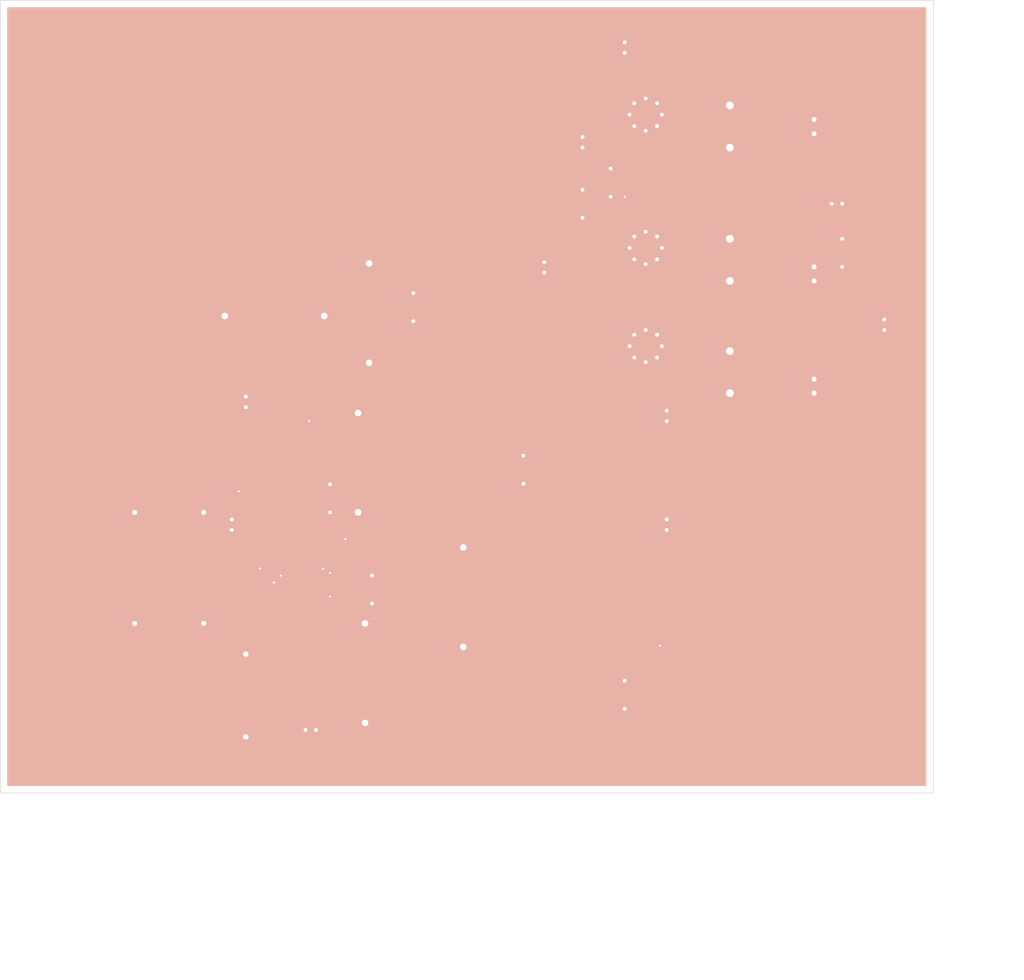
<source format=kicad_pcb>
(kicad_pcb (version 20171130) (host pcbnew "(5.1.10)-1")

  (general
    (thickness 1.6)
    (drawings 7)
    (tracks 361)
    (zones 0)
    (modules 36)
    (nets 31)
  )

  (page A4)
  (layers
    (0 F.Cu signal)
    (1 In1.Cu signal)
    (2 In2.Cu signal)
    (31 B.Cu signal)
    (32 B.Adhes user)
    (33 F.Adhes user)
    (34 B.Paste user)
    (35 F.Paste user)
    (36 B.SilkS user)
    (37 F.SilkS user)
    (38 B.Mask user)
    (39 F.Mask user)
    (40 Dwgs.User user)
    (41 Cmts.User user)
    (42 Eco1.User user)
    (43 Eco2.User user)
    (44 Edge.Cuts user)
    (45 Margin user)
    (46 B.CrtYd user)
    (47 F.CrtYd user)
    (48 B.Fab user)
    (49 F.Fab user)
  )

  (setup
    (last_trace_width 0.25)
    (trace_clearance 0.2)
    (zone_clearance 0.508)
    (zone_45_only no)
    (trace_min 0.2)
    (via_size 0.8)
    (via_drill 0.4)
    (via_min_size 0.4)
    (via_min_drill 0.3)
    (uvia_size 0.3)
    (uvia_drill 0.1)
    (uvias_allowed no)
    (uvia_min_size 0.2)
    (uvia_min_drill 0.1)
    (edge_width 0.1)
    (segment_width 0.2)
    (pcb_text_width 0.3)
    (pcb_text_size 1.5 1.5)
    (mod_edge_width 0.15)
    (mod_text_size 1 1)
    (mod_text_width 0.15)
    (pad_size 1.524 1.524)
    (pad_drill 0.762)
    (pad_to_mask_clearance 0)
    (aux_axis_origin 0 0)
    (visible_elements 7FFFFFFF)
    (pcbplotparams
      (layerselection 0x010fc_ffffffff)
      (usegerberextensions false)
      (usegerberattributes true)
      (usegerberadvancedattributes true)
      (creategerberjobfile true)
      (excludeedgelayer true)
      (linewidth 0.100000)
      (plotframeref false)
      (viasonmask false)
      (mode 1)
      (useauxorigin false)
      (hpglpennumber 1)
      (hpglpenspeed 20)
      (hpglpendiameter 15.000000)
      (psnegative false)
      (psa4output false)
      (plotreference true)
      (plotvalue true)
      (plotinvisibletext false)
      (padsonsilk false)
      (subtractmaskfromsilk false)
      (outputformat 1)
      (mirror false)
      (drillshape 1)
      (scaleselection 1)
      (outputdirectory ""))
  )

  (net 0 "")
  (net 1 "Net-(Buck/Boost1-Pad1)")
  (net 2 "Net-(Buck/Boost1-Pad2)")
  (net 3 GND)
  (net 4 "Net-(Buck/Boost1-Pad4)")
  (net 5 "Net-(Buck/Boost1-Pad6)")
  (net 6 "Net-(Buck/Boost1-Pad7)")
  (net 7 /Vreg)
  (net 8 Vin)
  (net 9 "Net-(Buck/Boost1-Pad11)")
  (net 10 "Net-(Buck/Boost1-Pad12)")
  (net 11 "Net-(C3-Pad2)")
  (net 12 "Net-(C5-Pad1)")
  (net 13 "Net-(D1-Pad1)")
  (net 14 "Net-(D1-Pad2)")
  (net 15 "Net-(D2-Pad1)")
  (net 16 "Net-(D2-Pad2)")
  (net 17 "Net-(D3-Pad2)")
  (net 18 "Net-(D3-Pad1)")
  (net 19 "Net-(LED1-Pad1)")
  (net 20 "Net-(LED2-Pad1)")
  (net 21 "Net-(LED3-Pad1)")
  (net 22 "Net-(OP1-Pad2)")
  (net 23 "Net-(OP1-Pad3)")
  (net 24 "Net-(OP1-Pad5)")
  (net 25 "Net-(OP2-Pad2)")
  (net 26 "Net-(OP2-Pad5)")
  (net 27 "Net-(OP3-Pad5)")
  (net 28 "Net-(OP3-Pad2)")
  (net 29 "Net-(R3-Pad2)")
  (net 30 /Vtemp)

  (net_class Default "This is the default net class."
    (clearance 0.2)
    (trace_width 0.25)
    (via_dia 0.8)
    (via_drill 0.4)
    (uvia_dia 0.3)
    (uvia_drill 0.1)
    (add_net /Vreg)
    (add_net /Vtemp)
    (add_net GND)
    (add_net "Net-(Buck/Boost1-Pad1)")
    (add_net "Net-(Buck/Boost1-Pad11)")
    (add_net "Net-(Buck/Boost1-Pad12)")
    (add_net "Net-(Buck/Boost1-Pad2)")
    (add_net "Net-(Buck/Boost1-Pad4)")
    (add_net "Net-(Buck/Boost1-Pad6)")
    (add_net "Net-(Buck/Boost1-Pad7)")
    (add_net "Net-(C3-Pad2)")
    (add_net "Net-(C5-Pad1)")
    (add_net "Net-(D1-Pad1)")
    (add_net "Net-(D1-Pad2)")
    (add_net "Net-(D2-Pad1)")
    (add_net "Net-(D2-Pad2)")
    (add_net "Net-(D3-Pad1)")
    (add_net "Net-(D3-Pad2)")
    (add_net "Net-(LED1-Pad1)")
    (add_net "Net-(LED2-Pad1)")
    (add_net "Net-(LED3-Pad1)")
    (add_net "Net-(OP1-Pad2)")
    (add_net "Net-(OP1-Pad3)")
    (add_net "Net-(OP1-Pad5)")
    (add_net "Net-(OP2-Pad2)")
    (add_net "Net-(OP2-Pad5)")
    (add_net "Net-(OP3-Pad2)")
    (add_net "Net-(OP3-Pad5)")
    (add_net "Net-(R3-Pad2)")
    (add_net Vin)
  )

  (module LED_THT:LED_D1.8mm_W1.8mm_H2.4mm_Horizontal_O1.27mm_Z1.6mm (layer F.Cu) (tedit 5880A863) (tstamp 60BA7265)
    (at 181.61 38.1 270)
    (descr "LED, ,  diameter 1.8mm size 1.8x2.4mm^2 z-position of LED center 1.6mm, 2 pins")
    (tags "LED   diameter 1.8mm size 1.8x2.4mm^2 z-position of LED center 1.6mm 2 pins")
    (path /60B943E6)
    (fp_text reference LED3 (at 1.27 -1.96 90) (layer F.SilkS)
      (effects (font (size 1 1) (thickness 0.15)))
    )
    (fp_text value LED (at 1.27 5.33 90) (layer F.Fab)
      (effects (font (size 1 1) (thickness 0.15)))
    )
    (fp_line (start 3.75 -1.25) (end -1.25 -1.25) (layer F.CrtYd) (width 0.05))
    (fp_line (start 3.75 4.6) (end 3.75 -1.25) (layer F.CrtYd) (width 0.05))
    (fp_line (start -1.25 4.6) (end 3.75 4.6) (layer F.CrtYd) (width 0.05))
    (fp_line (start -1.25 -1.25) (end -1.25 4.6) (layer F.CrtYd) (width 0.05))
    (fp_line (start 2.54 1.08) (end 2.54 1.08) (layer F.SilkS) (width 0.12))
    (fp_line (start 2.54 1.21) (end 2.54 1.08) (layer F.SilkS) (width 0.12))
    (fp_line (start 2.54 1.21) (end 2.54 1.21) (layer F.SilkS) (width 0.12))
    (fp_line (start 2.54 1.08) (end 2.54 1.21) (layer F.SilkS) (width 0.12))
    (fp_line (start 0 1.08) (end 0 1.08) (layer F.SilkS) (width 0.12))
    (fp_line (start 0 1.21) (end 0 1.08) (layer F.SilkS) (width 0.12))
    (fp_line (start 0 1.21) (end 0 1.21) (layer F.SilkS) (width 0.12))
    (fp_line (start 0 1.08) (end 0 1.21) (layer F.SilkS) (width 0.12))
    (fp_line (start 2.23 2.93) (end 0.31 2.93) (layer F.SilkS) (width 0.12))
    (fp_line (start 2.23 4.33) (end 2.23 2.93) (layer F.SilkS) (width 0.12))
    (fp_line (start 0.31 4.33) (end 2.23 4.33) (layer F.SilkS) (width 0.12))
    (fp_line (start 0.31 2.93) (end 0.31 4.33) (layer F.SilkS) (width 0.12))
    (fp_line (start -0.2 1.21) (end -0.2 2.93) (layer F.SilkS) (width 0.12))
    (fp_line (start -0.32 1.21) (end -0.32 2.93) (layer F.SilkS) (width 0.12))
    (fp_line (start 2.98 1.21) (end -0.44 1.21) (layer F.SilkS) (width 0.12))
    (fp_line (start 2.98 2.93) (end 2.98 1.21) (layer F.SilkS) (width 0.12))
    (fp_line (start -0.44 2.93) (end 2.98 2.93) (layer F.SilkS) (width 0.12))
    (fp_line (start -0.44 1.21) (end -0.44 2.93) (layer F.SilkS) (width 0.12))
    (fp_line (start 2.54 0) (end 2.54 0) (layer F.Fab) (width 0.1))
    (fp_line (start 2.54 1.27) (end 2.54 0) (layer F.Fab) (width 0.1))
    (fp_line (start 2.54 1.27) (end 2.54 1.27) (layer F.Fab) (width 0.1))
    (fp_line (start 2.54 0) (end 2.54 1.27) (layer F.Fab) (width 0.1))
    (fp_line (start 0 0) (end 0 0) (layer F.Fab) (width 0.1))
    (fp_line (start 0 1.27) (end 0 0) (layer F.Fab) (width 0.1))
    (fp_line (start 0 1.27) (end 0 1.27) (layer F.Fab) (width 0.1))
    (fp_line (start 0 0) (end 0 1.27) (layer F.Fab) (width 0.1))
    (fp_line (start 2.17 2.87) (end 0.37 2.87) (layer F.Fab) (width 0.1))
    (fp_line (start 2.17 4.27) (end 2.17 2.87) (layer F.Fab) (width 0.1))
    (fp_line (start 0.37 4.27) (end 2.17 4.27) (layer F.Fab) (width 0.1))
    (fp_line (start 0.37 2.87) (end 0.37 4.27) (layer F.Fab) (width 0.1))
    (fp_line (start 2.92 1.27) (end -0.38 1.27) (layer F.Fab) (width 0.1))
    (fp_line (start 2.92 2.87) (end 2.92 1.27) (layer F.Fab) (width 0.1))
    (fp_line (start -0.38 2.87) (end 2.92 2.87) (layer F.Fab) (width 0.1))
    (fp_line (start -0.38 1.27) (end -0.38 2.87) (layer F.Fab) (width 0.1))
    (pad 1 thru_hole rect (at 0 0 270) (size 1.8 1.8) (drill 0.9) (layers *.Cu *.Mask)
      (net 21 "Net-(LED3-Pad1)"))
    (pad 2 thru_hole circle (at 2.54 0 270) (size 1.8 1.8) (drill 0.9) (layers *.Cu *.Mask)
      (net 17 "Net-(D3-Pad2)"))
    (model ${KISYS3DMOD}/LED_THT.3dshapes/LED_D1.8mm_W1.8mm_H2.4mm_Horizontal_O1.27mm_Z1.6mm.wrl
      (at (xyz 0 0 0))
      (scale (xyz 1 1 1))
      (rotate (xyz 0 0 0))
    )
  )

  (module Capacitor_THT:CP_Axial_L11.0mm_D5.0mm_P18.00mm_Horizontal (layer F.Cu) (tedit 5AE50EF2) (tstamp 60BA7113)
    (at 99.06 109.22 90)
    (descr "CP, Axial series, Axial, Horizontal, pin pitch=18mm, , length*diameter=11*5mm^2, Electrolytic Capacitor")
    (tags "CP Axial series Axial Horizontal pin pitch 18mm  length 11mm diameter 5mm Electrolytic Capacitor")
    (path /60BBE59D)
    (fp_text reference C3 (at 9 -3.62 90) (layer F.SilkS)
      (effects (font (size 1 1) (thickness 0.15)))
    )
    (fp_text value 470p (at 9 3.62 90) (layer F.Fab)
      (effects (font (size 1 1) (thickness 0.15)))
    )
    (fp_text user %R (at 9 0 90) (layer F.Fab)
      (effects (font (size 1 1) (thickness 0.15)))
    )
    (fp_line (start 3.5 -2.5) (end 3.5 2.5) (layer F.Fab) (width 0.1))
    (fp_line (start 14.5 -2.5) (end 14.5 2.5) (layer F.Fab) (width 0.1))
    (fp_line (start 3.5 -2.5) (end 5.18 -2.5) (layer F.Fab) (width 0.1))
    (fp_line (start 5.18 -2.5) (end 6.08 -1.6) (layer F.Fab) (width 0.1))
    (fp_line (start 6.08 -1.6) (end 6.98 -2.5) (layer F.Fab) (width 0.1))
    (fp_line (start 6.98 -2.5) (end 14.5 -2.5) (layer F.Fab) (width 0.1))
    (fp_line (start 3.5 2.5) (end 5.18 2.5) (layer F.Fab) (width 0.1))
    (fp_line (start 5.18 2.5) (end 6.08 1.6) (layer F.Fab) (width 0.1))
    (fp_line (start 6.08 1.6) (end 6.98 2.5) (layer F.Fab) (width 0.1))
    (fp_line (start 6.98 2.5) (end 14.5 2.5) (layer F.Fab) (width 0.1))
    (fp_line (start 0 0) (end 3.5 0) (layer F.Fab) (width 0.1))
    (fp_line (start 18 0) (end 14.5 0) (layer F.Fab) (width 0.1))
    (fp_line (start 5.2 0) (end 7 0) (layer F.Fab) (width 0.1))
    (fp_line (start 6.1 -0.9) (end 6.1 0.9) (layer F.Fab) (width 0.1))
    (fp_line (start 1.28 -2.6) (end 3.08 -2.6) (layer F.SilkS) (width 0.12))
    (fp_line (start 2.18 -3.5) (end 2.18 -1.7) (layer F.SilkS) (width 0.12))
    (fp_line (start 3.38 -2.62) (end 3.38 2.62) (layer F.SilkS) (width 0.12))
    (fp_line (start 14.62 -2.62) (end 14.62 2.62) (layer F.SilkS) (width 0.12))
    (fp_line (start 3.38 -2.62) (end 5.18 -2.62) (layer F.SilkS) (width 0.12))
    (fp_line (start 5.18 -2.62) (end 6.08 -1.72) (layer F.SilkS) (width 0.12))
    (fp_line (start 6.08 -1.72) (end 6.98 -2.62) (layer F.SilkS) (width 0.12))
    (fp_line (start 6.98 -2.62) (end 14.62 -2.62) (layer F.SilkS) (width 0.12))
    (fp_line (start 3.38 2.62) (end 5.18 2.62) (layer F.SilkS) (width 0.12))
    (fp_line (start 5.18 2.62) (end 6.08 1.72) (layer F.SilkS) (width 0.12))
    (fp_line (start 6.08 1.72) (end 6.98 2.62) (layer F.SilkS) (width 0.12))
    (fp_line (start 6.98 2.62) (end 14.62 2.62) (layer F.SilkS) (width 0.12))
    (fp_line (start 1.44 0) (end 3.38 0) (layer F.SilkS) (width 0.12))
    (fp_line (start 16.56 0) (end 14.62 0) (layer F.SilkS) (width 0.12))
    (fp_line (start -1.45 -2.75) (end -1.45 2.75) (layer F.CrtYd) (width 0.05))
    (fp_line (start -1.45 2.75) (end 19.45 2.75) (layer F.CrtYd) (width 0.05))
    (fp_line (start 19.45 2.75) (end 19.45 -2.75) (layer F.CrtYd) (width 0.05))
    (fp_line (start 19.45 -2.75) (end -1.45 -2.75) (layer F.CrtYd) (width 0.05))
    (pad 2 thru_hole oval (at 18 0 90) (size 2.4 2.4) (drill 1.2) (layers *.Cu *.Mask)
      (net 11 "Net-(C3-Pad2)"))
    (pad 1 thru_hole rect (at 0 0 90) (size 2.4 2.4) (drill 1.2) (layers *.Cu *.Mask)
      (net 10 "Net-(Buck/Boost1-Pad12)"))
    (model ${KISYS3DMOD}/Capacitor_THT.3dshapes/CP_Axial_L11.0mm_D5.0mm_P18.00mm_Horizontal.wrl
      (at (xyz 0 0 0))
      (scale (xyz 1 1 1))
      (rotate (xyz 0 0 0))
    )
  )

  (module Inductor_THT:Choke_Schaffner_RN116-04-22.5x21.5mm (layer F.Cu) (tedit 5E561414) (tstamp 60BA71E1)
    (at 71.12 109.22 270)
    (descr "Current-compensated Chokes, Schaffner, RN116-04, 22.5mmx21.5mm https://www.schaffner.com/products/download/product/datasheet/rn-series-common-mode-chokes-new/")
    (tags "chokes schaffner tht")
    (path /60B9F53E)
    (fp_text reference L1 (at 1 -5 90) (layer F.SilkS)
      (effects (font (size 1 1) (thickness 0.15)))
    )
    (fp_text value 4.7u (at 10.05 18.5 90) (layer F.Fab)
      (effects (font (size 1 1) (thickness 0.15)))
    )
    (fp_line (start -1.7 -1.44) (end -1.7 1.56) (layer F.SilkS) (width 0.12))
    (fp_line (start -1.7 -1.44) (end -1.45 -1.44) (layer F.SilkS) (width 0.12))
    (fp_line (start -1.45 13.69) (end -1.45 -1.19) (layer F.CrtYd) (width 0.05))
    (fp_line (start 7.8 16.67) (end -1.45 13.69) (layer F.CrtYd) (width 0.05))
    (fp_line (start 21.55 13.69) (end 12.3 16.67) (layer F.CrtYd) (width 0.05))
    (fp_line (start 21.55 -1.19) (end 21.55 13.69) (layer F.CrtYd) (width 0.05))
    (fp_line (start 12.3 -4.17) (end 21.55 -1.19) (layer F.CrtYd) (width 0.05))
    (fp_line (start -1.45 -1.19) (end 7.8 -4.17) (layer F.CrtYd) (width 0.05))
    (fp_line (start -1.32 13.6) (end -1.32 -1.1) (layer F.SilkS) (width 0.12))
    (fp_line (start 7.8 16.54) (end -1.32 13.6) (layer F.SilkS) (width 0.12))
    (fp_line (start 21.42 13.6) (end 12.3 16.54) (layer F.SilkS) (width 0.12))
    (fp_line (start 21.42 -1.1) (end 21.42 13.6) (layer F.SilkS) (width 0.12))
    (fp_line (start 12.3 -4.04) (end 21.42 -1.1) (layer F.SilkS) (width 0.12))
    (fp_line (start -1.32 -1.1) (end 7.8 -4.04) (layer F.SilkS) (width 0.12))
    (fp_line (start -1.2 -0.5) (end -1.2 -1) (layer F.Fab) (width 0.1))
    (fp_line (start -0.7 0) (end -1.2 -0.5) (layer F.Fab) (width 0.1))
    (fp_line (start -1.2 0.5) (end -0.7 0) (layer F.Fab) (width 0.1))
    (fp_line (start -1.2 13.5) (end -1.2 0.5) (layer F.Fab) (width 0.1))
    (fp_line (start 7.8 16.4) (end -1.2 13.5) (layer F.Fab) (width 0.1))
    (fp_line (start 21.3 13.5) (end 12.3 16.4) (layer F.Fab) (width 0.1))
    (fp_line (start 21.3 -1) (end 21.3 13.5) (layer F.Fab) (width 0.1))
    (fp_line (start 12.3 -3.9) (end 21.3 -1) (layer F.Fab) (width 0.1))
    (fp_line (start -1.2 -1) (end 7.8 -3.9) (layer F.Fab) (width 0.1))
    (fp_arc (start 10.05 0) (end 7.8 -3.9) (angle 60) (layer F.Fab) (width 0.1))
    (fp_arc (start 10.05 12.5) (end 12.3 16.4) (angle 60) (layer F.Fab) (width 0.1))
    (fp_arc (start 10.05 -0.12) (end 7.8 -4.04) (angle 60) (layer F.SilkS) (width 0.12))
    (fp_arc (start 10.05 12.62) (end 12.3 16.54) (angle 60) (layer F.SilkS) (width 0.12))
    (fp_arc (start 10.05 -0.25) (end 7.8 -4.17) (angle 60) (layer F.CrtYd) (width 0.05))
    (fp_arc (start 10.05 12.75) (end 12.3 16.67) (angle 60) (layer F.CrtYd) (width 0.05))
    (fp_text user %R (at 10.05 6.25 90) (layer F.Fab)
      (effects (font (size 1 1) (thickness 0.15)))
    )
    (pad 1 thru_hole rect (at 0 0 270) (size 2 2) (drill 0.9) (layers *.Cu *.Mask)
      (net 4 "Net-(Buck/Boost1-Pad4)"))
    (pad 2 thru_hole circle (at 20.1 0 270) (size 2 2) (drill 0.9) (layers *.Cu *.Mask)
      (net 5 "Net-(Buck/Boost1-Pad6)"))
    (pad 3 thru_hole circle (at 0 12.5 270) (size 2 2) (drill 0.9) (layers *.Cu *.Mask))
    (pad 4 thru_hole circle (at 20.1 12.5 270) (size 2 2) (drill 0.9) (layers *.Cu *.Mask))
    (model ${KISYS3DMOD}/Inductor_THT.3dshapes/Choke_Schaffner_RN116-04-22.5x21.5mm.wrl
      (at (xyz 0 0 0))
      (scale (xyz 1 1 1))
      (rotate (xyz 0 0 0))
    )
  )

  (module Package_DFN_QFN:DFN-12-1EP_3x4mm_P0.5mm_EP1.7x3.3mm (layer F.Cu) (tedit 5EA4BF85) (tstamp 60BA709E)
    (at 88.9 120.65 180)
    (descr "DE/UE Package; 12-Lead Plastic DFN (4mm x 3mm) (see Linear Technology DFN_12_05-08-1695.pdf)")
    (tags "DFN 0.5")
    (path /60B95DB1)
    (attr smd)
    (fp_text reference Buck/Boost1 (at 0 -3.05) (layer F.SilkS)
      (effects (font (size 1 1) (thickness 0.15)))
    )
    (fp_text value LTC3442 (at -0.355001 4.384999) (layer F.Fab)
      (effects (font (size 1 1) (thickness 0.15)))
    )
    (fp_text user %R (at 0 0) (layer F.Fab)
      (effects (font (size 0.7 0.7) (thickness 0.105)))
    )
    (fp_line (start -0.5 -2) (end 1.5 -2) (layer F.Fab) (width 0.15))
    (fp_line (start 1.5 -2) (end 1.5 2) (layer F.Fab) (width 0.15))
    (fp_line (start 1.5 2) (end -1.5 2) (layer F.Fab) (width 0.15))
    (fp_line (start -1.5 2) (end -1.5 -1) (layer F.Fab) (width 0.15))
    (fp_line (start -1.5 -1) (end -0.5 -2) (layer F.Fab) (width 0.15))
    (fp_line (start -2.05 -2.3) (end -2.05 2.3) (layer F.CrtYd) (width 0.05))
    (fp_line (start 2.05 -2.3) (end 2.05 2.3) (layer F.CrtYd) (width 0.05))
    (fp_line (start -2.05 -2.3) (end 2.05 -2.3) (layer F.CrtYd) (width 0.05))
    (fp_line (start -2.05 2.3) (end 2.05 2.3) (layer F.CrtYd) (width 0.05))
    (fp_line (start -1.5 2.125) (end 1.5 2.125) (layer F.SilkS) (width 0.15))
    (fp_line (start 0 -2.125) (end 1.5 -2.125) (layer F.SilkS) (width 0.15))
    (pad "" smd rect (at -0.425 1.2375 180) (size 0.685 0.67) (layers F.Paste))
    (pad "" smd rect (at 0.425 1.2375 180) (size 0.685 0.67) (layers F.Paste))
    (pad "" smd rect (at -0.425 0.4125 180) (size 0.685 0.67) (layers F.Paste))
    (pad "" smd rect (at 0.425 0.4125 180) (size 0.685 0.67) (layers F.Paste))
    (pad "" smd rect (at -0.425 -0.4125 180) (size 0.685 0.67) (layers F.Paste))
    (pad "" smd rect (at 0.425 -0.4125 180) (size 0.685 0.67) (layers F.Paste))
    (pad "" smd rect (at 0.425 -1.2375 180) (size 0.685 0.67) (layers F.Paste))
    (pad "" smd rect (at -0.425 -1.2375 180) (size 0.685 0.67) (layers F.Paste))
    (pad 13 smd rect (at 0 0 180) (size 1.7 3.3) (layers F.Cu F.Mask)
      (net 3 GND))
    (pad 12 smd rect (at 1.45 -1.25 180) (size 0.7 0.25) (layers F.Cu F.Paste F.Mask)
      (net 10 "Net-(Buck/Boost1-Pad12)"))
    (pad 11 smd rect (at 1.45 -0.75 180) (size 0.7 0.25) (layers F.Cu F.Paste F.Mask)
      (net 9 "Net-(Buck/Boost1-Pad11)"))
    (pad 10 smd rect (at 1.45 -0.25 180) (size 0.7 0.25) (layers F.Cu F.Paste F.Mask)
      (net 3 GND))
    (pad 9 smd rect (at 1.45 0.25 180) (size 0.7 0.25) (layers F.Cu F.Paste F.Mask)
      (net 8 Vin))
    (pad 8 smd rect (at 1.45 0.75 180) (size 0.7 0.25) (layers F.Cu F.Paste F.Mask)
      (net 7 /Vreg))
    (pad 7 smd rect (at 1.45 1.25 180) (size 0.7 0.25) (layers F.Cu F.Paste F.Mask)
      (net 6 "Net-(Buck/Boost1-Pad7)"))
    (pad 6 smd rect (at -1.45 1.25 180) (size 0.7 0.25) (layers F.Cu F.Paste F.Mask)
      (net 5 "Net-(Buck/Boost1-Pad6)"))
    (pad 5 smd rect (at -1.45 0.75 180) (size 0.7 0.25) (layers F.Cu F.Paste F.Mask)
      (net 3 GND))
    (pad 4 smd rect (at -1.45 0.25 180) (size 0.7 0.25) (layers F.Cu F.Paste F.Mask)
      (net 4 "Net-(Buck/Boost1-Pad4)"))
    (pad 3 smd rect (at -1.45 -0.25 180) (size 0.7 0.25) (layers F.Cu F.Paste F.Mask)
      (net 3 GND))
    (pad 2 smd rect (at -1.45 -0.75 180) (size 0.7 0.25) (layers F.Cu F.Paste F.Mask)
      (net 2 "Net-(Buck/Boost1-Pad2)"))
    (pad 1 smd rect (at -1.45 -1.25 180) (size 0.7 0.25) (layers F.Cu F.Paste F.Mask)
      (net 1 "Net-(Buck/Boost1-Pad1)"))
    (model ${KISYS3DMOD}/Package_DFN_QFN.3dshapes/DFN-12-1EP_3x4mm_P0.5mm_EP1.7x3.3mm.wrl
      (at (xyz 0 0 0))
      (scale (xyz 1 1 1))
      (rotate (xyz 0 0 0))
    )
  )

  (module Capacitor_THT:CP_Axial_L10.0mm_D6.0mm_P15.00mm_Horizontal (layer F.Cu) (tedit 5AE50EF2) (tstamp 60BA70C5)
    (at 78.74 149.86 90)
    (descr "CP, Axial series, Axial, Horizontal, pin pitch=15mm, , length*diameter=10*6mm^2, Electrolytic Capacitor, , http://www.vishay.com/docs/28325/021asm.pdf")
    (tags "CP Axial series Axial Horizontal pin pitch 15mm  length 10mm diameter 6mm Electrolytic Capacitor")
    (path /60BB7A61)
    (fp_text reference C1 (at 7.5 -4.12 90) (layer F.SilkS)
      (effects (font (size 1 1) (thickness 0.15)))
    )
    (fp_text value 0.001u (at 7.5 4.12 90) (layer F.Fab)
      (effects (font (size 1 1) (thickness 0.15)))
    )
    (fp_line (start 16.25 -3.25) (end -1.25 -3.25) (layer F.CrtYd) (width 0.05))
    (fp_line (start 16.25 3.25) (end 16.25 -3.25) (layer F.CrtYd) (width 0.05))
    (fp_line (start -1.25 3.25) (end 16.25 3.25) (layer F.CrtYd) (width 0.05))
    (fp_line (start -1.25 -3.25) (end -1.25 3.25) (layer F.CrtYd) (width 0.05))
    (fp_line (start 13.76 0) (end 12.62 0) (layer F.SilkS) (width 0.12))
    (fp_line (start 1.24 0) (end 2.38 0) (layer F.SilkS) (width 0.12))
    (fp_line (start 5.38 3.12) (end 12.62 3.12) (layer F.SilkS) (width 0.12))
    (fp_line (start 4.63 2.37) (end 5.38 3.12) (layer F.SilkS) (width 0.12))
    (fp_line (start 3.88 3.12) (end 4.63 2.37) (layer F.SilkS) (width 0.12))
    (fp_line (start 2.38 3.12) (end 3.88 3.12) (layer F.SilkS) (width 0.12))
    (fp_line (start 5.38 -3.12) (end 12.62 -3.12) (layer F.SilkS) (width 0.12))
    (fp_line (start 4.63 -2.37) (end 5.38 -3.12) (layer F.SilkS) (width 0.12))
    (fp_line (start 3.88 -3.12) (end 4.63 -2.37) (layer F.SilkS) (width 0.12))
    (fp_line (start 2.38 -3.12) (end 3.88 -3.12) (layer F.SilkS) (width 0.12))
    (fp_line (start 12.62 -3.12) (end 12.62 3.12) (layer F.SilkS) (width 0.12))
    (fp_line (start 2.38 -3.12) (end 2.38 3.12) (layer F.SilkS) (width 0.12))
    (fp_line (start 1.38 -2.95) (end 1.38 -1.45) (layer F.SilkS) (width 0.12))
    (fp_line (start 0.63 -2.2) (end 2.13 -2.2) (layer F.SilkS) (width 0.12))
    (fp_line (start 4.65 -0.75) (end 4.65 0.75) (layer F.Fab) (width 0.1))
    (fp_line (start 3.9 0) (end 5.4 0) (layer F.Fab) (width 0.1))
    (fp_line (start 15 0) (end 12.5 0) (layer F.Fab) (width 0.1))
    (fp_line (start 0 0) (end 2.5 0) (layer F.Fab) (width 0.1))
    (fp_line (start 5.38 3) (end 12.5 3) (layer F.Fab) (width 0.1))
    (fp_line (start 4.63 2.25) (end 5.38 3) (layer F.Fab) (width 0.1))
    (fp_line (start 3.88 3) (end 4.63 2.25) (layer F.Fab) (width 0.1))
    (fp_line (start 2.5 3) (end 3.88 3) (layer F.Fab) (width 0.1))
    (fp_line (start 5.38 -3) (end 12.5 -3) (layer F.Fab) (width 0.1))
    (fp_line (start 4.63 -2.25) (end 5.38 -3) (layer F.Fab) (width 0.1))
    (fp_line (start 3.88 -3) (end 4.63 -2.25) (layer F.Fab) (width 0.1))
    (fp_line (start 2.5 -3) (end 3.88 -3) (layer F.Fab) (width 0.1))
    (fp_line (start 12.5 -3) (end 12.5 3) (layer F.Fab) (width 0.1))
    (fp_line (start 2.5 -3) (end 2.5 3) (layer F.Fab) (width 0.1))
    (fp_text user %R (at 7.5 0 90) (layer F.Fab)
      (effects (font (size 1 1) (thickness 0.15)))
    )
    (pad 1 thru_hole rect (at 0 0 90) (size 2 2) (drill 1) (layers *.Cu *.Mask)
      (net 1 "Net-(Buck/Boost1-Pad1)"))
    (pad 2 thru_hole oval (at 15 0 90) (size 2 2) (drill 1) (layers *.Cu *.Mask)
      (net 3 GND))
    (model ${KISYS3DMOD}/Capacitor_THT.3dshapes/CP_Axial_L10.0mm_D6.0mm_P15.00mm_Horizontal.wrl
      (at (xyz 0 0 0))
      (scale (xyz 1 1 1))
      (rotate (xyz 0 0 0))
    )
  )

  (module Capacitor_THT:CP_Axial_L11.0mm_D5.0mm_P18.00mm_Horizontal (layer F.Cu) (tedit 5AE50EF2) (tstamp 60BA70EC)
    (at 101.060001 82.144999 90)
    (descr "CP, Axial series, Axial, Horizontal, pin pitch=18mm, , length*diameter=11*5mm^2, Electrolytic Capacitor")
    (tags "CP Axial series Axial Horizontal pin pitch 18mm  length 11mm diameter 5mm Electrolytic Capacitor")
    (path /60BB639B)
    (fp_text reference C2 (at 9 -3.62 90) (layer F.SilkS)
      (effects (font (size 1 1) (thickness 0.15)))
    )
    (fp_text value 10u (at 9 3.62 90) (layer F.Fab)
      (effects (font (size 1 1) (thickness 0.15)))
    )
    (fp_line (start 19.45 -2.75) (end -1.45 -2.75) (layer F.CrtYd) (width 0.05))
    (fp_line (start 19.45 2.75) (end 19.45 -2.75) (layer F.CrtYd) (width 0.05))
    (fp_line (start -1.45 2.75) (end 19.45 2.75) (layer F.CrtYd) (width 0.05))
    (fp_line (start -1.45 -2.75) (end -1.45 2.75) (layer F.CrtYd) (width 0.05))
    (fp_line (start 16.56 0) (end 14.62 0) (layer F.SilkS) (width 0.12))
    (fp_line (start 1.44 0) (end 3.38 0) (layer F.SilkS) (width 0.12))
    (fp_line (start 6.98 2.62) (end 14.62 2.62) (layer F.SilkS) (width 0.12))
    (fp_line (start 6.08 1.72) (end 6.98 2.62) (layer F.SilkS) (width 0.12))
    (fp_line (start 5.18 2.62) (end 6.08 1.72) (layer F.SilkS) (width 0.12))
    (fp_line (start 3.38 2.62) (end 5.18 2.62) (layer F.SilkS) (width 0.12))
    (fp_line (start 6.98 -2.62) (end 14.62 -2.62) (layer F.SilkS) (width 0.12))
    (fp_line (start 6.08 -1.72) (end 6.98 -2.62) (layer F.SilkS) (width 0.12))
    (fp_line (start 5.18 -2.62) (end 6.08 -1.72) (layer F.SilkS) (width 0.12))
    (fp_line (start 3.38 -2.62) (end 5.18 -2.62) (layer F.SilkS) (width 0.12))
    (fp_line (start 14.62 -2.62) (end 14.62 2.62) (layer F.SilkS) (width 0.12))
    (fp_line (start 3.38 -2.62) (end 3.38 2.62) (layer F.SilkS) (width 0.12))
    (fp_line (start 2.18 -3.5) (end 2.18 -1.7) (layer F.SilkS) (width 0.12))
    (fp_line (start 1.28 -2.6) (end 3.08 -2.6) (layer F.SilkS) (width 0.12))
    (fp_line (start 6.1 -0.9) (end 6.1 0.9) (layer F.Fab) (width 0.1))
    (fp_line (start 5.2 0) (end 7 0) (layer F.Fab) (width 0.1))
    (fp_line (start 18 0) (end 14.5 0) (layer F.Fab) (width 0.1))
    (fp_line (start 0 0) (end 3.5 0) (layer F.Fab) (width 0.1))
    (fp_line (start 6.98 2.5) (end 14.5 2.5) (layer F.Fab) (width 0.1))
    (fp_line (start 6.08 1.6) (end 6.98 2.5) (layer F.Fab) (width 0.1))
    (fp_line (start 5.18 2.5) (end 6.08 1.6) (layer F.Fab) (width 0.1))
    (fp_line (start 3.5 2.5) (end 5.18 2.5) (layer F.Fab) (width 0.1))
    (fp_line (start 6.98 -2.5) (end 14.5 -2.5) (layer F.Fab) (width 0.1))
    (fp_line (start 6.08 -1.6) (end 6.98 -2.5) (layer F.Fab) (width 0.1))
    (fp_line (start 5.18 -2.5) (end 6.08 -1.6) (layer F.Fab) (width 0.1))
    (fp_line (start 3.5 -2.5) (end 5.18 -2.5) (layer F.Fab) (width 0.1))
    (fp_line (start 14.5 -2.5) (end 14.5 2.5) (layer F.Fab) (width 0.1))
    (fp_line (start 3.5 -2.5) (end 3.5 2.5) (layer F.Fab) (width 0.1))
    (fp_text user %R (at 9 0 90) (layer F.Fab)
      (effects (font (size 1 1) (thickness 0.15)))
    )
    (pad 1 thru_hole rect (at 0 0 90) (size 2.4 2.4) (drill 1.2) (layers *.Cu *.Mask)
      (net 8 Vin))
    (pad 2 thru_hole oval (at 18 0 90) (size 2.4 2.4) (drill 1.2) (layers *.Cu *.Mask)
      (net 3 GND))
    (model ${KISYS3DMOD}/Capacitor_THT.3dshapes/CP_Axial_L11.0mm_D5.0mm_P18.00mm_Horizontal.wrl
      (at (xyz 0 0 0))
      (scale (xyz 1 1 1))
      (rotate (xyz 0 0 0))
    )
  )

  (module Capacitor_THT:CP_Axial_L11.0mm_D5.0mm_P18.00mm_Horizontal (layer F.Cu) (tedit 5AE50EF2) (tstamp 60BA713A)
    (at 118.11 115.57 270)
    (descr "CP, Axial series, Axial, Horizontal, pin pitch=18mm, , length*diameter=11*5mm^2, Electrolytic Capacitor")
    (tags "CP Axial series Axial Horizontal pin pitch 18mm  length 11mm diameter 5mm Electrolytic Capacitor")
    (path /60BC6C32)
    (fp_text reference C4 (at 9 -3.62 90) (layer F.SilkS)
      (effects (font (size 1 1) (thickness 0.15)))
    )
    (fp_text value 0.01u (at 9 3.62 90) (layer F.Fab)
      (effects (font (size 1 1) (thickness 0.15)))
    )
    (fp_line (start 19.45 -2.75) (end -1.45 -2.75) (layer F.CrtYd) (width 0.05))
    (fp_line (start 19.45 2.75) (end 19.45 -2.75) (layer F.CrtYd) (width 0.05))
    (fp_line (start -1.45 2.75) (end 19.45 2.75) (layer F.CrtYd) (width 0.05))
    (fp_line (start -1.45 -2.75) (end -1.45 2.75) (layer F.CrtYd) (width 0.05))
    (fp_line (start 16.56 0) (end 14.62 0) (layer F.SilkS) (width 0.12))
    (fp_line (start 1.44 0) (end 3.38 0) (layer F.SilkS) (width 0.12))
    (fp_line (start 6.98 2.62) (end 14.62 2.62) (layer F.SilkS) (width 0.12))
    (fp_line (start 6.08 1.72) (end 6.98 2.62) (layer F.SilkS) (width 0.12))
    (fp_line (start 5.18 2.62) (end 6.08 1.72) (layer F.SilkS) (width 0.12))
    (fp_line (start 3.38 2.62) (end 5.18 2.62) (layer F.SilkS) (width 0.12))
    (fp_line (start 6.98 -2.62) (end 14.62 -2.62) (layer F.SilkS) (width 0.12))
    (fp_line (start 6.08 -1.72) (end 6.98 -2.62) (layer F.SilkS) (width 0.12))
    (fp_line (start 5.18 -2.62) (end 6.08 -1.72) (layer F.SilkS) (width 0.12))
    (fp_line (start 3.38 -2.62) (end 5.18 -2.62) (layer F.SilkS) (width 0.12))
    (fp_line (start 14.62 -2.62) (end 14.62 2.62) (layer F.SilkS) (width 0.12))
    (fp_line (start 3.38 -2.62) (end 3.38 2.62) (layer F.SilkS) (width 0.12))
    (fp_line (start 2.18 -3.5) (end 2.18 -1.7) (layer F.SilkS) (width 0.12))
    (fp_line (start 1.28 -2.6) (end 3.08 -2.6) (layer F.SilkS) (width 0.12))
    (fp_line (start 6.1 -0.9) (end 6.1 0.9) (layer F.Fab) (width 0.1))
    (fp_line (start 5.2 0) (end 7 0) (layer F.Fab) (width 0.1))
    (fp_line (start 18 0) (end 14.5 0) (layer F.Fab) (width 0.1))
    (fp_line (start 0 0) (end 3.5 0) (layer F.Fab) (width 0.1))
    (fp_line (start 6.98 2.5) (end 14.5 2.5) (layer F.Fab) (width 0.1))
    (fp_line (start 6.08 1.6) (end 6.98 2.5) (layer F.Fab) (width 0.1))
    (fp_line (start 5.18 2.5) (end 6.08 1.6) (layer F.Fab) (width 0.1))
    (fp_line (start 3.5 2.5) (end 5.18 2.5) (layer F.Fab) (width 0.1))
    (fp_line (start 6.98 -2.5) (end 14.5 -2.5) (layer F.Fab) (width 0.1))
    (fp_line (start 6.08 -1.6) (end 6.98 -2.5) (layer F.Fab) (width 0.1))
    (fp_line (start 5.18 -2.5) (end 6.08 -1.6) (layer F.Fab) (width 0.1))
    (fp_line (start 3.5 -2.5) (end 5.18 -2.5) (layer F.Fab) (width 0.1))
    (fp_line (start 14.5 -2.5) (end 14.5 2.5) (layer F.Fab) (width 0.1))
    (fp_line (start 3.5 -2.5) (end 3.5 2.5) (layer F.Fab) (width 0.1))
    (fp_text user %R (at 9 0 90) (layer F.Fab)
      (effects (font (size 1 1) (thickness 0.15)))
    )
    (pad 1 thru_hole rect (at 0 0 270) (size 2.4 2.4) (drill 1.2) (layers *.Cu *.Mask)
      (net 6 "Net-(Buck/Boost1-Pad7)"))
    (pad 2 thru_hole oval (at 18 0 270) (size 2.4 2.4) (drill 1.2) (layers *.Cu *.Mask)
      (net 3 GND))
    (model ${KISYS3DMOD}/Capacitor_THT.3dshapes/CP_Axial_L11.0mm_D5.0mm_P18.00mm_Horizontal.wrl
      (at (xyz 0 0 0))
      (scale (xyz 1 1 1))
      (rotate (xyz 0 0 0))
    )
  )

  (module Capacitor_THT:CP_Axial_L11.0mm_D5.0mm_P18.00mm_Horizontal (layer F.Cu) (tedit 5AE50EF2) (tstamp 60BA7161)
    (at 74.93 73.66)
    (descr "CP, Axial series, Axial, Horizontal, pin pitch=18mm, , length*diameter=11*5mm^2, Electrolytic Capacitor")
    (tags "CP Axial series Axial Horizontal pin pitch 18mm  length 11mm diameter 5mm Electrolytic Capacitor")
    (path /60BBDCB0)
    (fp_text reference C5 (at 9 -3.62) (layer F.SilkS)
      (effects (font (size 1 1) (thickness 0.15)))
    )
    (fp_text value 220p (at 9 3.62) (layer F.Fab)
      (effects (font (size 1 1) (thickness 0.15)))
    )
    (fp_line (start 19.45 -2.75) (end -1.45 -2.75) (layer F.CrtYd) (width 0.05))
    (fp_line (start 19.45 2.75) (end 19.45 -2.75) (layer F.CrtYd) (width 0.05))
    (fp_line (start -1.45 2.75) (end 19.45 2.75) (layer F.CrtYd) (width 0.05))
    (fp_line (start -1.45 -2.75) (end -1.45 2.75) (layer F.CrtYd) (width 0.05))
    (fp_line (start 16.56 0) (end 14.62 0) (layer F.SilkS) (width 0.12))
    (fp_line (start 1.44 0) (end 3.38 0) (layer F.SilkS) (width 0.12))
    (fp_line (start 6.98 2.62) (end 14.62 2.62) (layer F.SilkS) (width 0.12))
    (fp_line (start 6.08 1.72) (end 6.98 2.62) (layer F.SilkS) (width 0.12))
    (fp_line (start 5.18 2.62) (end 6.08 1.72) (layer F.SilkS) (width 0.12))
    (fp_line (start 3.38 2.62) (end 5.18 2.62) (layer F.SilkS) (width 0.12))
    (fp_line (start 6.98 -2.62) (end 14.62 -2.62) (layer F.SilkS) (width 0.12))
    (fp_line (start 6.08 -1.72) (end 6.98 -2.62) (layer F.SilkS) (width 0.12))
    (fp_line (start 5.18 -2.62) (end 6.08 -1.72) (layer F.SilkS) (width 0.12))
    (fp_line (start 3.38 -2.62) (end 5.18 -2.62) (layer F.SilkS) (width 0.12))
    (fp_line (start 14.62 -2.62) (end 14.62 2.62) (layer F.SilkS) (width 0.12))
    (fp_line (start 3.38 -2.62) (end 3.38 2.62) (layer F.SilkS) (width 0.12))
    (fp_line (start 2.18 -3.5) (end 2.18 -1.7) (layer F.SilkS) (width 0.12))
    (fp_line (start 1.28 -2.6) (end 3.08 -2.6) (layer F.SilkS) (width 0.12))
    (fp_line (start 6.1 -0.9) (end 6.1 0.9) (layer F.Fab) (width 0.1))
    (fp_line (start 5.2 0) (end 7 0) (layer F.Fab) (width 0.1))
    (fp_line (start 18 0) (end 14.5 0) (layer F.Fab) (width 0.1))
    (fp_line (start 0 0) (end 3.5 0) (layer F.Fab) (width 0.1))
    (fp_line (start 6.98 2.5) (end 14.5 2.5) (layer F.Fab) (width 0.1))
    (fp_line (start 6.08 1.6) (end 6.98 2.5) (layer F.Fab) (width 0.1))
    (fp_line (start 5.18 2.5) (end 6.08 1.6) (layer F.Fab) (width 0.1))
    (fp_line (start 3.5 2.5) (end 5.18 2.5) (layer F.Fab) (width 0.1))
    (fp_line (start 6.98 -2.5) (end 14.5 -2.5) (layer F.Fab) (width 0.1))
    (fp_line (start 6.08 -1.6) (end 6.98 -2.5) (layer F.Fab) (width 0.1))
    (fp_line (start 5.18 -2.5) (end 6.08 -1.6) (layer F.Fab) (width 0.1))
    (fp_line (start 3.5 -2.5) (end 5.18 -2.5) (layer F.Fab) (width 0.1))
    (fp_line (start 14.5 -2.5) (end 14.5 2.5) (layer F.Fab) (width 0.1))
    (fp_line (start 3.5 -2.5) (end 3.5 2.5) (layer F.Fab) (width 0.1))
    (fp_text user %R (at 9 0) (layer F.Fab)
      (effects (font (size 1 1) (thickness 0.15)))
    )
    (pad 1 thru_hole rect (at 0 0) (size 2.4 2.4) (drill 1.2) (layers *.Cu *.Mask)
      (net 12 "Net-(C5-Pad1)"))
    (pad 2 thru_hole oval (at 18 0) (size 2.4 2.4) (drill 1.2) (layers *.Cu *.Mask)
      (net 10 "Net-(Buck/Boost1-Pad12)"))
    (model ${KISYS3DMOD}/Capacitor_THT.3dshapes/CP_Axial_L11.0mm_D5.0mm_P18.00mm_Horizontal.wrl
      (at (xyz 0 0 0))
      (scale (xyz 1 1 1))
      (rotate (xyz 0 0 0))
    )
  )

  (module Capacitor_THT:CP_Axial_L11.0mm_D5.0mm_P18.00mm_Horizontal (layer F.Cu) (tedit 5AE50EF2) (tstamp 60BA7188)
    (at 100.33 147.32 90)
    (descr "CP, Axial series, Axial, Horizontal, pin pitch=18mm, , length*diameter=11*5mm^2, Electrolytic Capacitor")
    (tags "CP Axial series Axial Horizontal pin pitch 18mm  length 11mm diameter 5mm Electrolytic Capacitor")
    (path /60BBB6DE)
    (fp_text reference C6 (at 9 -3.62 90) (layer F.SilkS)
      (effects (font (size 1 1) (thickness 0.15)))
    )
    (fp_text value 22u (at 9 3.62 90) (layer F.Fab)
      (effects (font (size 1 1) (thickness 0.15)))
    )
    (fp_text user %R (at 9 0 90) (layer F.Fab)
      (effects (font (size 1 1) (thickness 0.15)))
    )
    (fp_line (start 3.5 -2.5) (end 3.5 2.5) (layer F.Fab) (width 0.1))
    (fp_line (start 14.5 -2.5) (end 14.5 2.5) (layer F.Fab) (width 0.1))
    (fp_line (start 3.5 -2.5) (end 5.18 -2.5) (layer F.Fab) (width 0.1))
    (fp_line (start 5.18 -2.5) (end 6.08 -1.6) (layer F.Fab) (width 0.1))
    (fp_line (start 6.08 -1.6) (end 6.98 -2.5) (layer F.Fab) (width 0.1))
    (fp_line (start 6.98 -2.5) (end 14.5 -2.5) (layer F.Fab) (width 0.1))
    (fp_line (start 3.5 2.5) (end 5.18 2.5) (layer F.Fab) (width 0.1))
    (fp_line (start 5.18 2.5) (end 6.08 1.6) (layer F.Fab) (width 0.1))
    (fp_line (start 6.08 1.6) (end 6.98 2.5) (layer F.Fab) (width 0.1))
    (fp_line (start 6.98 2.5) (end 14.5 2.5) (layer F.Fab) (width 0.1))
    (fp_line (start 0 0) (end 3.5 0) (layer F.Fab) (width 0.1))
    (fp_line (start 18 0) (end 14.5 0) (layer F.Fab) (width 0.1))
    (fp_line (start 5.2 0) (end 7 0) (layer F.Fab) (width 0.1))
    (fp_line (start 6.1 -0.9) (end 6.1 0.9) (layer F.Fab) (width 0.1))
    (fp_line (start 1.28 -2.6) (end 3.08 -2.6) (layer F.SilkS) (width 0.12))
    (fp_line (start 2.18 -3.5) (end 2.18 -1.7) (layer F.SilkS) (width 0.12))
    (fp_line (start 3.38 -2.62) (end 3.38 2.62) (layer F.SilkS) (width 0.12))
    (fp_line (start 14.62 -2.62) (end 14.62 2.62) (layer F.SilkS) (width 0.12))
    (fp_line (start 3.38 -2.62) (end 5.18 -2.62) (layer F.SilkS) (width 0.12))
    (fp_line (start 5.18 -2.62) (end 6.08 -1.72) (layer F.SilkS) (width 0.12))
    (fp_line (start 6.08 -1.72) (end 6.98 -2.62) (layer F.SilkS) (width 0.12))
    (fp_line (start 6.98 -2.62) (end 14.62 -2.62) (layer F.SilkS) (width 0.12))
    (fp_line (start 3.38 2.62) (end 5.18 2.62) (layer F.SilkS) (width 0.12))
    (fp_line (start 5.18 2.62) (end 6.08 1.72) (layer F.SilkS) (width 0.12))
    (fp_line (start 6.08 1.72) (end 6.98 2.62) (layer F.SilkS) (width 0.12))
    (fp_line (start 6.98 2.62) (end 14.62 2.62) (layer F.SilkS) (width 0.12))
    (fp_line (start 1.44 0) (end 3.38 0) (layer F.SilkS) (width 0.12))
    (fp_line (start 16.56 0) (end 14.62 0) (layer F.SilkS) (width 0.12))
    (fp_line (start -1.45 -2.75) (end -1.45 2.75) (layer F.CrtYd) (width 0.05))
    (fp_line (start -1.45 2.75) (end 19.45 2.75) (layer F.CrtYd) (width 0.05))
    (fp_line (start 19.45 2.75) (end 19.45 -2.75) (layer F.CrtYd) (width 0.05))
    (fp_line (start 19.45 -2.75) (end -1.45 -2.75) (layer F.CrtYd) (width 0.05))
    (pad 2 thru_hole oval (at 18 0 90) (size 2.4 2.4) (drill 1.2) (layers *.Cu *.Mask)
      (net 3 GND))
    (pad 1 thru_hole rect (at 0 0 90) (size 2.4 2.4) (drill 1.2) (layers *.Cu *.Mask)
      (net 7 /Vreg))
    (model ${KISYS3DMOD}/Capacitor_THT.3dshapes/CP_Axial_L11.0mm_D5.0mm_P18.00mm_Horizontal.wrl
      (at (xyz 0 0 0))
      (scale (xyz 1 1 1))
      (rotate (xyz 0 0 0))
    )
  )

  (module Diode_THT:D_5KP_P7.62mm_Vertical_AnodeUp (layer F.Cu) (tedit 5AE50CD5) (tstamp 60BA7199)
    (at 166.37 80.01 270)
    (descr "Diode, 5KP series, Axial, Vertical, pin pitch=7.62mm, , length*diameter=7.62*9.53mm^2, , http://www.diodes.com/_files/packages/8686949.gif")
    (tags "Diode 5KP series Axial Vertical pin pitch 7.62mm  length 7.62mm diameter 9.53mm")
    (path /60BBE60C)
    (fp_text reference D1 (at 3.81 -5.885 90) (layer F.SilkS)
      (effects (font (size 1 1) (thickness 0.15)))
    )
    (fp_text value DIODE (at 3.81 5.885 90) (layer F.Fab)
      (effects (font (size 1 1) (thickness 0.15)))
    )
    (fp_line (start 9.27 -5.02) (end -5.02 -5.02) (layer F.CrtYd) (width 0.05))
    (fp_line (start 9.27 5.02) (end 9.27 -5.02) (layer F.CrtYd) (width 0.05))
    (fp_line (start -5.02 5.02) (end 9.27 5.02) (layer F.CrtYd) (width 0.05))
    (fp_line (start -5.02 -5.02) (end -5.02 5.02) (layer F.CrtYd) (width 0.05))
    (fp_line (start 4.885 0) (end 5.92 0) (layer F.SilkS) (width 0.12))
    (fp_line (start 0 0) (end 7.62 0) (layer F.Fab) (width 0.1))
    (fp_circle (center 0 0) (end 4.885 0) (layer F.SilkS) (width 0.12))
    (fp_circle (center 0 0) (end 4.765 0) (layer F.Fab) (width 0.1))
    (fp_text user %R (at 0 -1.9 90) (layer F.Fab)
      (effects (font (size 1 1) (thickness 0.15)))
    )
    (fp_text user A (at 7.62 2.4 90) (layer F.Fab)
      (effects (font (size 1 1) (thickness 0.15)))
    )
    (fp_text user A (at 7.62 2.4 90) (layer F.SilkS)
      (effects (font (size 1 1) (thickness 0.15)))
    )
    (pad 1 thru_hole rect (at 0 0 270) (size 2.8 2.8) (drill 1.4) (layers *.Cu *.Mask)
      (net 13 "Net-(D1-Pad1)"))
    (pad 2 thru_hole oval (at 7.62 0 270) (size 2.8 2.8) (drill 1.4) (layers *.Cu *.Mask)
      (net 14 "Net-(D1-Pad2)"))
    (model ${KISYS3DMOD}/Diode_THT.3dshapes/D_5KP_P7.62mm_Vertical_AnodeUp.wrl
      (at (xyz 0 0 0))
      (scale (xyz 1 1 1))
      (rotate (xyz 0 0 0))
    )
  )

  (module Diode_THT:D_5KP_P7.62mm_Vertical_AnodeUp (layer F.Cu) (tedit 5AE50CD5) (tstamp 60BA71AA)
    (at 166.37 59.69 270)
    (descr "Diode, 5KP series, Axial, Vertical, pin pitch=7.62mm, , length*diameter=7.62*9.53mm^2, , http://www.diodes.com/_files/packages/8686949.gif")
    (tags "Diode 5KP series Axial Vertical pin pitch 7.62mm  length 7.62mm diameter 9.53mm")
    (path /60BA5514)
    (fp_text reference D2 (at 3.81 -5.885 90) (layer F.SilkS)
      (effects (font (size 1 1) (thickness 0.15)))
    )
    (fp_text value DIODE (at 3.81 5.885 90) (layer F.Fab)
      (effects (font (size 1 1) (thickness 0.15)))
    )
    (fp_text user A (at 7.62 2.4 90) (layer F.SilkS)
      (effects (font (size 1 1) (thickness 0.15)))
    )
    (fp_text user A (at 7.62 2.4 90) (layer F.Fab)
      (effects (font (size 1 1) (thickness 0.15)))
    )
    (fp_text user %R (at 0 -1.9 90) (layer F.Fab)
      (effects (font (size 1 1) (thickness 0.15)))
    )
    (fp_circle (center 0 0) (end 4.765 0) (layer F.Fab) (width 0.1))
    (fp_circle (center 0 0) (end 4.885 0) (layer F.SilkS) (width 0.12))
    (fp_line (start 0 0) (end 7.62 0) (layer F.Fab) (width 0.1))
    (fp_line (start 4.885 0) (end 5.92 0) (layer F.SilkS) (width 0.12))
    (fp_line (start -5.02 -5.02) (end -5.02 5.02) (layer F.CrtYd) (width 0.05))
    (fp_line (start -5.02 5.02) (end 9.27 5.02) (layer F.CrtYd) (width 0.05))
    (fp_line (start 9.27 5.02) (end 9.27 -5.02) (layer F.CrtYd) (width 0.05))
    (fp_line (start 9.27 -5.02) (end -5.02 -5.02) (layer F.CrtYd) (width 0.05))
    (pad 2 thru_hole oval (at 7.62 0 270) (size 2.8 2.8) (drill 1.4) (layers *.Cu *.Mask)
      (net 16 "Net-(D2-Pad2)"))
    (pad 1 thru_hole rect (at 0 0 270) (size 2.8 2.8) (drill 1.4) (layers *.Cu *.Mask)
      (net 15 "Net-(D2-Pad1)"))
    (model ${KISYS3DMOD}/Diode_THT.3dshapes/D_5KP_P7.62mm_Vertical_AnodeUp.wrl
      (at (xyz 0 0 0))
      (scale (xyz 1 1 1))
      (rotate (xyz 0 0 0))
    )
  )

  (module Diode_THT:D_5KP_P7.62mm_Vertical_AnodeUp (layer F.Cu) (tedit 5AE50CD5) (tstamp 60BA71BB)
    (at 166.37 35.56 270)
    (descr "Diode, 5KP series, Axial, Vertical, pin pitch=7.62mm, , length*diameter=7.62*9.53mm^2, , http://www.diodes.com/_files/packages/8686949.gif")
    (tags "Diode 5KP series Axial Vertical pin pitch 7.62mm  length 7.62mm diameter 9.53mm")
    (path /60B93080)
    (fp_text reference D3 (at 3.81 -5.885 90) (layer F.SilkS)
      (effects (font (size 1 1) (thickness 0.15)))
    )
    (fp_text value DIODE (at 3.81 5.885 90) (layer F.Fab)
      (effects (font (size 1 1) (thickness 0.15)))
    )
    (fp_line (start 9.27 -5.02) (end -5.02 -5.02) (layer F.CrtYd) (width 0.05))
    (fp_line (start 9.27 5.02) (end 9.27 -5.02) (layer F.CrtYd) (width 0.05))
    (fp_line (start -5.02 5.02) (end 9.27 5.02) (layer F.CrtYd) (width 0.05))
    (fp_line (start -5.02 -5.02) (end -5.02 5.02) (layer F.CrtYd) (width 0.05))
    (fp_line (start 4.885 0) (end 5.92 0) (layer F.SilkS) (width 0.12))
    (fp_line (start 0 0) (end 7.62 0) (layer F.Fab) (width 0.1))
    (fp_circle (center 0 0) (end 4.885 0) (layer F.SilkS) (width 0.12))
    (fp_circle (center 0 0) (end 4.765 0) (layer F.Fab) (width 0.1))
    (fp_text user %R (at 0 -1.9 90) (layer F.Fab)
      (effects (font (size 1 1) (thickness 0.15)))
    )
    (fp_text user A (at 7.62 2.4 90) (layer F.Fab)
      (effects (font (size 1 1) (thickness 0.15)))
    )
    (fp_text user A (at 7.62 2.4 90) (layer F.SilkS)
      (effects (font (size 1 1) (thickness 0.15)))
    )
    (pad 1 thru_hole rect (at 0 0 270) (size 2.8 2.8) (drill 1.4) (layers *.Cu *.Mask)
      (net 18 "Net-(D3-Pad1)"))
    (pad 2 thru_hole oval (at 7.62 0 270) (size 2.8 2.8) (drill 1.4) (layers *.Cu *.Mask)
      (net 17 "Net-(D3-Pad2)"))
    (model ${KISYS3DMOD}/Diode_THT.3dshapes/D_5KP_P7.62mm_Vertical_AnodeUp.wrl
      (at (xyz 0 0 0))
      (scale (xyz 1 1 1))
      (rotate (xyz 0 0 0))
    )
  )

  (module LED_THT:LED_D1.8mm_W1.8mm_H2.4mm_Horizontal_O1.27mm_Z1.6mm (layer F.Cu) (tedit 5880A863) (tstamp 60BA720D)
    (at 181.61 85.09 270)
    (descr "LED, ,  diameter 1.8mm size 1.8x2.4mm^2 z-position of LED center 1.6mm, 2 pins")
    (tags "LED   diameter 1.8mm size 1.8x2.4mm^2 z-position of LED center 1.6mm 2 pins")
    (path /60BBE612)
    (fp_text reference LED1 (at 1.27 -1.96 90) (layer F.SilkS)
      (effects (font (size 1 1) (thickness 0.15)))
    )
    (fp_text value LED (at 1.27 5.33 90) (layer F.Fab)
      (effects (font (size 1 1) (thickness 0.15)))
    )
    (fp_line (start 3.75 -1.25) (end -1.25 -1.25) (layer F.CrtYd) (width 0.05))
    (fp_line (start 3.75 4.6) (end 3.75 -1.25) (layer F.CrtYd) (width 0.05))
    (fp_line (start -1.25 4.6) (end 3.75 4.6) (layer F.CrtYd) (width 0.05))
    (fp_line (start -1.25 -1.25) (end -1.25 4.6) (layer F.CrtYd) (width 0.05))
    (fp_line (start 2.54 1.08) (end 2.54 1.08) (layer F.SilkS) (width 0.12))
    (fp_line (start 2.54 1.21) (end 2.54 1.08) (layer F.SilkS) (width 0.12))
    (fp_line (start 2.54 1.21) (end 2.54 1.21) (layer F.SilkS) (width 0.12))
    (fp_line (start 2.54 1.08) (end 2.54 1.21) (layer F.SilkS) (width 0.12))
    (fp_line (start 0 1.08) (end 0 1.08) (layer F.SilkS) (width 0.12))
    (fp_line (start 0 1.21) (end 0 1.08) (layer F.SilkS) (width 0.12))
    (fp_line (start 0 1.21) (end 0 1.21) (layer F.SilkS) (width 0.12))
    (fp_line (start 0 1.08) (end 0 1.21) (layer F.SilkS) (width 0.12))
    (fp_line (start 2.23 2.93) (end 0.31 2.93) (layer F.SilkS) (width 0.12))
    (fp_line (start 2.23 4.33) (end 2.23 2.93) (layer F.SilkS) (width 0.12))
    (fp_line (start 0.31 4.33) (end 2.23 4.33) (layer F.SilkS) (width 0.12))
    (fp_line (start 0.31 2.93) (end 0.31 4.33) (layer F.SilkS) (width 0.12))
    (fp_line (start -0.2 1.21) (end -0.2 2.93) (layer F.SilkS) (width 0.12))
    (fp_line (start -0.32 1.21) (end -0.32 2.93) (layer F.SilkS) (width 0.12))
    (fp_line (start 2.98 1.21) (end -0.44 1.21) (layer F.SilkS) (width 0.12))
    (fp_line (start 2.98 2.93) (end 2.98 1.21) (layer F.SilkS) (width 0.12))
    (fp_line (start -0.44 2.93) (end 2.98 2.93) (layer F.SilkS) (width 0.12))
    (fp_line (start -0.44 1.21) (end -0.44 2.93) (layer F.SilkS) (width 0.12))
    (fp_line (start 2.54 0) (end 2.54 0) (layer F.Fab) (width 0.1))
    (fp_line (start 2.54 1.27) (end 2.54 0) (layer F.Fab) (width 0.1))
    (fp_line (start 2.54 1.27) (end 2.54 1.27) (layer F.Fab) (width 0.1))
    (fp_line (start 2.54 0) (end 2.54 1.27) (layer F.Fab) (width 0.1))
    (fp_line (start 0 0) (end 0 0) (layer F.Fab) (width 0.1))
    (fp_line (start 0 1.27) (end 0 0) (layer F.Fab) (width 0.1))
    (fp_line (start 0 1.27) (end 0 1.27) (layer F.Fab) (width 0.1))
    (fp_line (start 0 0) (end 0 1.27) (layer F.Fab) (width 0.1))
    (fp_line (start 2.17 2.87) (end 0.37 2.87) (layer F.Fab) (width 0.1))
    (fp_line (start 2.17 4.27) (end 2.17 2.87) (layer F.Fab) (width 0.1))
    (fp_line (start 0.37 4.27) (end 2.17 4.27) (layer F.Fab) (width 0.1))
    (fp_line (start 0.37 2.87) (end 0.37 4.27) (layer F.Fab) (width 0.1))
    (fp_line (start 2.92 1.27) (end -0.38 1.27) (layer F.Fab) (width 0.1))
    (fp_line (start 2.92 2.87) (end 2.92 1.27) (layer F.Fab) (width 0.1))
    (fp_line (start -0.38 2.87) (end 2.92 2.87) (layer F.Fab) (width 0.1))
    (fp_line (start -0.38 1.27) (end -0.38 2.87) (layer F.Fab) (width 0.1))
    (pad 1 thru_hole rect (at 0 0 270) (size 1.8 1.8) (drill 0.9) (layers *.Cu *.Mask)
      (net 19 "Net-(LED1-Pad1)"))
    (pad 2 thru_hole circle (at 2.54 0 270) (size 1.8 1.8) (drill 0.9) (layers *.Cu *.Mask)
      (net 14 "Net-(D1-Pad2)"))
    (model ${KISYS3DMOD}/LED_THT.3dshapes/LED_D1.8mm_W1.8mm_H2.4mm_Horizontal_O1.27mm_Z1.6mm.wrl
      (at (xyz 0 0 0))
      (scale (xyz 1 1 1))
      (rotate (xyz 0 0 0))
    )
  )

  (module LED_THT:LED_D1.8mm_W1.8mm_H2.4mm_Horizontal_O1.27mm_Z1.6mm (layer F.Cu) (tedit 5880A863) (tstamp 60BA7239)
    (at 181.61 64.77 270)
    (descr "LED, ,  diameter 1.8mm size 1.8x2.4mm^2 z-position of LED center 1.6mm, 2 pins")
    (tags "LED   diameter 1.8mm size 1.8x2.4mm^2 z-position of LED center 1.6mm 2 pins")
    (path /60BA551A)
    (fp_text reference LED2 (at 1.27 -1.96 90) (layer F.SilkS)
      (effects (font (size 1 1) (thickness 0.15)))
    )
    (fp_text value LED (at 1.27 5.33 90) (layer F.Fab)
      (effects (font (size 1 1) (thickness 0.15)))
    )
    (fp_line (start -0.38 1.27) (end -0.38 2.87) (layer F.Fab) (width 0.1))
    (fp_line (start -0.38 2.87) (end 2.92 2.87) (layer F.Fab) (width 0.1))
    (fp_line (start 2.92 2.87) (end 2.92 1.27) (layer F.Fab) (width 0.1))
    (fp_line (start 2.92 1.27) (end -0.38 1.27) (layer F.Fab) (width 0.1))
    (fp_line (start 0.37 2.87) (end 0.37 4.27) (layer F.Fab) (width 0.1))
    (fp_line (start 0.37 4.27) (end 2.17 4.27) (layer F.Fab) (width 0.1))
    (fp_line (start 2.17 4.27) (end 2.17 2.87) (layer F.Fab) (width 0.1))
    (fp_line (start 2.17 2.87) (end 0.37 2.87) (layer F.Fab) (width 0.1))
    (fp_line (start 0 0) (end 0 1.27) (layer F.Fab) (width 0.1))
    (fp_line (start 0 1.27) (end 0 1.27) (layer F.Fab) (width 0.1))
    (fp_line (start 0 1.27) (end 0 0) (layer F.Fab) (width 0.1))
    (fp_line (start 0 0) (end 0 0) (layer F.Fab) (width 0.1))
    (fp_line (start 2.54 0) (end 2.54 1.27) (layer F.Fab) (width 0.1))
    (fp_line (start 2.54 1.27) (end 2.54 1.27) (layer F.Fab) (width 0.1))
    (fp_line (start 2.54 1.27) (end 2.54 0) (layer F.Fab) (width 0.1))
    (fp_line (start 2.54 0) (end 2.54 0) (layer F.Fab) (width 0.1))
    (fp_line (start -0.44 1.21) (end -0.44 2.93) (layer F.SilkS) (width 0.12))
    (fp_line (start -0.44 2.93) (end 2.98 2.93) (layer F.SilkS) (width 0.12))
    (fp_line (start 2.98 2.93) (end 2.98 1.21) (layer F.SilkS) (width 0.12))
    (fp_line (start 2.98 1.21) (end -0.44 1.21) (layer F.SilkS) (width 0.12))
    (fp_line (start -0.32 1.21) (end -0.32 2.93) (layer F.SilkS) (width 0.12))
    (fp_line (start -0.2 1.21) (end -0.2 2.93) (layer F.SilkS) (width 0.12))
    (fp_line (start 0.31 2.93) (end 0.31 4.33) (layer F.SilkS) (width 0.12))
    (fp_line (start 0.31 4.33) (end 2.23 4.33) (layer F.SilkS) (width 0.12))
    (fp_line (start 2.23 4.33) (end 2.23 2.93) (layer F.SilkS) (width 0.12))
    (fp_line (start 2.23 2.93) (end 0.31 2.93) (layer F.SilkS) (width 0.12))
    (fp_line (start 0 1.08) (end 0 1.21) (layer F.SilkS) (width 0.12))
    (fp_line (start 0 1.21) (end 0 1.21) (layer F.SilkS) (width 0.12))
    (fp_line (start 0 1.21) (end 0 1.08) (layer F.SilkS) (width 0.12))
    (fp_line (start 0 1.08) (end 0 1.08) (layer F.SilkS) (width 0.12))
    (fp_line (start 2.54 1.08) (end 2.54 1.21) (layer F.SilkS) (width 0.12))
    (fp_line (start 2.54 1.21) (end 2.54 1.21) (layer F.SilkS) (width 0.12))
    (fp_line (start 2.54 1.21) (end 2.54 1.08) (layer F.SilkS) (width 0.12))
    (fp_line (start 2.54 1.08) (end 2.54 1.08) (layer F.SilkS) (width 0.12))
    (fp_line (start -1.25 -1.25) (end -1.25 4.6) (layer F.CrtYd) (width 0.05))
    (fp_line (start -1.25 4.6) (end 3.75 4.6) (layer F.CrtYd) (width 0.05))
    (fp_line (start 3.75 4.6) (end 3.75 -1.25) (layer F.CrtYd) (width 0.05))
    (fp_line (start 3.75 -1.25) (end -1.25 -1.25) (layer F.CrtYd) (width 0.05))
    (pad 2 thru_hole circle (at 2.54 0 270) (size 1.8 1.8) (drill 0.9) (layers *.Cu *.Mask)
      (net 16 "Net-(D2-Pad2)"))
    (pad 1 thru_hole rect (at 0 0 270) (size 1.8 1.8) (drill 0.9) (layers *.Cu *.Mask)
      (net 20 "Net-(LED2-Pad1)"))
    (model ${KISYS3DMOD}/LED_THT.3dshapes/LED_D1.8mm_W1.8mm_H2.4mm_Horizontal_O1.27mm_Z1.6mm.wrl
      (at (xyz 0 0 0))
      (scale (xyz 1 1 1))
      (rotate (xyz 0 0 0))
    )
  )

  (module Package_TO_SOT_THT:TO-5-8 (layer F.Cu) (tedit 5A02FF81) (tstamp 60BA727F)
    (at 151.13 76.2 270)
    (descr TO-5-8)
    (tags TO-5-8)
    (path /60BBE602)
    (fp_text reference OP1 (at 2.92 -5.82 90) (layer F.SilkS)
      (effects (font (size 1 1) (thickness 0.15)))
    )
    (fp_text value OP07 (at 2.92 5.82 90) (layer F.Fab)
      (effects (font (size 1 1) (thickness 0.15)))
    )
    (fp_arc (start 2.92 0) (end -0.077084 -3.774902) (angle 346.9) (layer F.SilkS) (width 0.12))
    (fp_arc (start 2.92 0) (end -0.085408 -3.61352) (angle 349.5) (layer F.Fab) (width 0.1))
    (fp_text user %R (at 2.92 -5.82 90) (layer F.Fab)
      (effects (font (size 1 1) (thickness 0.15)))
    )
    (fp_line (start -0.085408 -3.61352) (end -0.89151 -4.419621) (layer F.Fab) (width 0.1))
    (fp_line (start -0.89151 -4.419621) (end -1.499621 -3.81151) (layer F.Fab) (width 0.1))
    (fp_line (start -1.499621 -3.81151) (end -0.69352 -3.005408) (layer F.Fab) (width 0.1))
    (fp_line (start -0.077084 -3.774902) (end -0.968039 -4.665856) (layer F.SilkS) (width 0.12))
    (fp_line (start -0.968039 -4.665856) (end -1.745856 -3.888039) (layer F.SilkS) (width 0.12))
    (fp_line (start -1.745856 -3.888039) (end -0.854902 -2.997084) (layer F.SilkS) (width 0.12))
    (fp_line (start -2.04 -4.95) (end -2.04 4.95) (layer F.CrtYd) (width 0.05))
    (fp_line (start -2.04 4.95) (end 7.87 4.95) (layer F.CrtYd) (width 0.05))
    (fp_line (start 7.87 4.95) (end 7.87 -4.95) (layer F.CrtYd) (width 0.05))
    (fp_line (start 7.87 -4.95) (end -2.04 -4.95) (layer F.CrtYd) (width 0.05))
    (fp_circle (center 2.92 0) (end 7.17 0) (layer F.Fab) (width 0.1))
    (pad 8 thru_hole oval (at 0.855248 -2.064752 270) (size 1.2 1.2) (drill 0.7) (layers *.Cu *.Mask)
      (net 3 GND))
    (pad 7 thru_hole oval (at 2.92 -2.92 270) (size 1.2 1.2) (drill 0.7) (layers *.Cu *.Mask)
      (net 8 Vin))
    (pad 6 thru_hole oval (at 4.984752 -2.064752 270) (size 1.2 1.2) (drill 0.7) (layers *.Cu *.Mask)
      (net 13 "Net-(D1-Pad1)"))
    (pad 5 thru_hole oval (at 5.84 0 270) (size 1.2 1.2) (drill 0.7) (layers *.Cu *.Mask)
      (net 24 "Net-(OP1-Pad5)"))
    (pad 4 thru_hole oval (at 4.984752 2.064752 270) (size 1.2 1.2) (drill 0.7) (layers *.Cu *.Mask)
      (net 3 GND))
    (pad 3 thru_hole oval (at 2.92 2.92 270) (size 1.2 1.2) (drill 0.7) (layers *.Cu *.Mask)
      (net 23 "Net-(OP1-Pad3)"))
    (pad 2 thru_hole oval (at 0.855248 2.064752 270) (size 1.2 1.2) (drill 0.7) (layers *.Cu *.Mask)
      (net 22 "Net-(OP1-Pad2)"))
    (pad 1 thru_hole oval (at 0 0 270) (size 1.6 1.2) (drill 0.7) (layers *.Cu *.Mask)
      (net 3 GND))
    (model ${KISYS3DMOD}/Package_TO_SOT_THT.3dshapes/TO-5-8.wrl
      (at (xyz 0 0 0))
      (scale (xyz 1 1 1))
      (rotate (xyz 0 0 0))
    )
  )

  (module Package_TO_SOT_THT:TO-5-8 (layer F.Cu) (tedit 5A02FF81) (tstamp 60BA7299)
    (at 151.13 58.42 270)
    (descr TO-5-8)
    (tags TO-5-8)
    (path /60BA550A)
    (fp_text reference OP2 (at 2.92 -5.82 90) (layer F.SilkS)
      (effects (font (size 1 1) (thickness 0.15)))
    )
    (fp_text value OP07 (at 2.92 5.82 90) (layer F.Fab)
      (effects (font (size 1 1) (thickness 0.15)))
    )
    (fp_circle (center 2.92 0) (end 7.17 0) (layer F.Fab) (width 0.1))
    (fp_line (start 7.87 -4.95) (end -2.04 -4.95) (layer F.CrtYd) (width 0.05))
    (fp_line (start 7.87 4.95) (end 7.87 -4.95) (layer F.CrtYd) (width 0.05))
    (fp_line (start -2.04 4.95) (end 7.87 4.95) (layer F.CrtYd) (width 0.05))
    (fp_line (start -2.04 -4.95) (end -2.04 4.95) (layer F.CrtYd) (width 0.05))
    (fp_line (start -1.745856 -3.888039) (end -0.854902 -2.997084) (layer F.SilkS) (width 0.12))
    (fp_line (start -0.968039 -4.665856) (end -1.745856 -3.888039) (layer F.SilkS) (width 0.12))
    (fp_line (start -0.077084 -3.774902) (end -0.968039 -4.665856) (layer F.SilkS) (width 0.12))
    (fp_line (start -1.499621 -3.81151) (end -0.69352 -3.005408) (layer F.Fab) (width 0.1))
    (fp_line (start -0.89151 -4.419621) (end -1.499621 -3.81151) (layer F.Fab) (width 0.1))
    (fp_line (start -0.085408 -3.61352) (end -0.89151 -4.419621) (layer F.Fab) (width 0.1))
    (fp_text user %R (at 2.92 -5.82 90) (layer F.Fab)
      (effects (font (size 1 1) (thickness 0.15)))
    )
    (fp_arc (start 2.92 0) (end -0.085408 -3.61352) (angle 349.5) (layer F.Fab) (width 0.1))
    (fp_arc (start 2.92 0) (end -0.077084 -3.774902) (angle 346.9) (layer F.SilkS) (width 0.12))
    (pad 1 thru_hole oval (at 0 0 270) (size 1.6 1.2) (drill 0.7) (layers *.Cu *.Mask)
      (net 3 GND))
    (pad 2 thru_hole oval (at 0.855248 2.064752 270) (size 1.2 1.2) (drill 0.7) (layers *.Cu *.Mask)
      (net 25 "Net-(OP2-Pad2)"))
    (pad 3 thru_hole oval (at 2.92 2.92 270) (size 1.2 1.2) (drill 0.7) (layers *.Cu *.Mask)
      (net 23 "Net-(OP1-Pad3)"))
    (pad 4 thru_hole oval (at 4.984752 2.064752 270) (size 1.2 1.2) (drill 0.7) (layers *.Cu *.Mask)
      (net 3 GND))
    (pad 5 thru_hole oval (at 5.84 0 270) (size 1.2 1.2) (drill 0.7) (layers *.Cu *.Mask)
      (net 26 "Net-(OP2-Pad5)"))
    (pad 6 thru_hole oval (at 4.984752 -2.064752 270) (size 1.2 1.2) (drill 0.7) (layers *.Cu *.Mask)
      (net 15 "Net-(D2-Pad1)"))
    (pad 7 thru_hole oval (at 2.92 -2.92 270) (size 1.2 1.2) (drill 0.7) (layers *.Cu *.Mask)
      (net 8 Vin))
    (pad 8 thru_hole oval (at 0.855248 -2.064752 270) (size 1.2 1.2) (drill 0.7) (layers *.Cu *.Mask)
      (net 3 GND))
    (model ${KISYS3DMOD}/Package_TO_SOT_THT.3dshapes/TO-5-8.wrl
      (at (xyz 0 0 0))
      (scale (xyz 1 1 1))
      (rotate (xyz 0 0 0))
    )
  )

  (module Package_TO_SOT_THT:TO-5-8 (layer F.Cu) (tedit 5A02FF81) (tstamp 60BA72B3)
    (at 151.13 34.29 270)
    (descr TO-5-8)
    (tags TO-5-8)
    (path /60B8D32A)
    (fp_text reference OP3 (at 2.92 -5.82 90) (layer F.SilkS)
      (effects (font (size 1 1) (thickness 0.15)))
    )
    (fp_text value OP07 (at 2.92 5.82 90) (layer F.Fab)
      (effects (font (size 1 1) (thickness 0.15)))
    )
    (fp_circle (center 2.92 0) (end 7.17 0) (layer F.Fab) (width 0.1))
    (fp_line (start 7.87 -4.95) (end -2.04 -4.95) (layer F.CrtYd) (width 0.05))
    (fp_line (start 7.87 4.95) (end 7.87 -4.95) (layer F.CrtYd) (width 0.05))
    (fp_line (start -2.04 4.95) (end 7.87 4.95) (layer F.CrtYd) (width 0.05))
    (fp_line (start -2.04 -4.95) (end -2.04 4.95) (layer F.CrtYd) (width 0.05))
    (fp_line (start -1.745856 -3.888039) (end -0.854902 -2.997084) (layer F.SilkS) (width 0.12))
    (fp_line (start -0.968039 -4.665856) (end -1.745856 -3.888039) (layer F.SilkS) (width 0.12))
    (fp_line (start -0.077084 -3.774902) (end -0.968039 -4.665856) (layer F.SilkS) (width 0.12))
    (fp_line (start -1.499621 -3.81151) (end -0.69352 -3.005408) (layer F.Fab) (width 0.1))
    (fp_line (start -0.89151 -4.419621) (end -1.499621 -3.81151) (layer F.Fab) (width 0.1))
    (fp_line (start -0.085408 -3.61352) (end -0.89151 -4.419621) (layer F.Fab) (width 0.1))
    (fp_text user %R (at 2.92 -5.82 90) (layer F.Fab)
      (effects (font (size 1 1) (thickness 0.15)))
    )
    (fp_arc (start 2.92 0) (end -0.085408 -3.61352) (angle 349.5) (layer F.Fab) (width 0.1))
    (fp_arc (start 2.92 0) (end -0.077084 -3.774902) (angle 346.9) (layer F.SilkS) (width 0.12))
    (pad 1 thru_hole oval (at 0 0 270) (size 1.6 1.2) (drill 0.7) (layers *.Cu *.Mask)
      (net 3 GND))
    (pad 2 thru_hole oval (at 0.855248 2.064752 270) (size 1.2 1.2) (drill 0.7) (layers *.Cu *.Mask)
      (net 28 "Net-(OP3-Pad2)"))
    (pad 3 thru_hole oval (at 2.92 2.92 270) (size 1.2 1.2) (drill 0.7) (layers *.Cu *.Mask)
      (net 23 "Net-(OP1-Pad3)"))
    (pad 4 thru_hole oval (at 4.984752 2.064752 270) (size 1.2 1.2) (drill 0.7) (layers *.Cu *.Mask)
      (net 3 GND))
    (pad 5 thru_hole oval (at 5.84 0 270) (size 1.2 1.2) (drill 0.7) (layers *.Cu *.Mask)
      (net 27 "Net-(OP3-Pad5)"))
    (pad 6 thru_hole oval (at 4.984752 -2.064752 270) (size 1.2 1.2) (drill 0.7) (layers *.Cu *.Mask)
      (net 18 "Net-(D3-Pad1)"))
    (pad 7 thru_hole oval (at 2.92 -2.92 270) (size 1.2 1.2) (drill 0.7) (layers *.Cu *.Mask)
      (net 8 Vin))
    (pad 8 thru_hole oval (at 0.855248 -2.064752 270) (size 1.2 1.2) (drill 0.7) (layers *.Cu *.Mask)
      (net 3 GND))
    (model ${KISYS3DMOD}/Package_TO_SOT_THT.3dshapes/TO-5-8.wrl
      (at (xyz 0 0 0))
      (scale (xyz 1 1 1))
      (rotate (xyz 0 0 0))
    )
  )

  (module Resistor_THT:R_Axial_DIN0204_L3.6mm_D1.6mm_P1.90mm_Vertical (layer F.Cu) (tedit 5AE5139B) (tstamp 60BA72C1)
    (at 91.44 148.59 180)
    (descr "Resistor, Axial_DIN0204 series, Axial, Vertical, pin pitch=1.9mm, 0.167W, length*diameter=3.6*1.6mm^2, http://cdn-reichelt.de/documents/datenblatt/B400/1_4W%23YAG.pdf")
    (tags "Resistor Axial_DIN0204 series Axial Vertical pin pitch 1.9mm 0.167W length 3.6mm diameter 1.6mm")
    (path /60BA7C3F)
    (fp_text reference R1 (at 0.95 -1.92) (layer F.SilkS)
      (effects (font (size 1 1) (thickness 0.15)))
    )
    (fp_text value 1M (at 0.95 1.92) (layer F.Fab)
      (effects (font (size 1 1) (thickness 0.15)))
    )
    (fp_text user %R (at 0.95 -1.92) (layer F.Fab)
      (effects (font (size 1 1) (thickness 0.15)))
    )
    (fp_arc (start 0 0) (end 0.417133 -0.7) (angle -233.92106) (layer F.SilkS) (width 0.12))
    (fp_circle (center 0 0) (end 0.8 0) (layer F.Fab) (width 0.1))
    (fp_line (start 0 0) (end 1.9 0) (layer F.Fab) (width 0.1))
    (fp_line (start -1.05 -1.05) (end -1.05 1.05) (layer F.CrtYd) (width 0.05))
    (fp_line (start -1.05 1.05) (end 2.86 1.05) (layer F.CrtYd) (width 0.05))
    (fp_line (start 2.86 1.05) (end 2.86 -1.05) (layer F.CrtYd) (width 0.05))
    (fp_line (start 2.86 -1.05) (end -1.05 -1.05) (layer F.CrtYd) (width 0.05))
    (pad 2 thru_hole oval (at 1.9 0 180) (size 1.4 1.4) (drill 0.7) (layers *.Cu *.Mask)
      (net 1 "Net-(Buck/Boost1-Pad1)"))
    (pad 1 thru_hole circle (at 0 0 180) (size 1.4 1.4) (drill 0.7) (layers *.Cu *.Mask)
      (net 8 Vin))
    (model ${KISYS3DMOD}/Resistor_THT.3dshapes/R_Axial_DIN0204_L3.6mm_D1.6mm_P1.90mm_Vertical.wrl
      (at (xyz 0 0 0))
      (scale (xyz 1 1 1))
      (rotate (xyz 0 0 0))
    )
  )

  (module Resistor_THT:R_Axial_DIN0204_L3.6mm_D1.6mm_P1.90mm_Vertical (layer F.Cu) (tedit 5AE5139B) (tstamp 60BA72CF)
    (at 76.2 110.49 270)
    (descr "Resistor, Axial_DIN0204 series, Axial, Vertical, pin pitch=1.9mm, 0.167W, length*diameter=3.6*1.6mm^2, http://cdn-reichelt.de/documents/datenblatt/B400/1_4W%23YAG.pdf")
    (tags "Resistor Axial_DIN0204 series Axial Vertical pin pitch 1.9mm 0.167W length 3.6mm diameter 1.6mm")
    (path /60BA8C77)
    (fp_text reference R2 (at 0.95 -1.92 90) (layer F.SilkS)
      (effects (font (size 1 1) (thickness 0.15)))
    )
    (fp_text value 71.5k (at 0.95 1.92 90) (layer F.Fab)
      (effects (font (size 1 1) (thickness 0.15)))
    )
    (fp_line (start 2.86 -1.05) (end -1.05 -1.05) (layer F.CrtYd) (width 0.05))
    (fp_line (start 2.86 1.05) (end 2.86 -1.05) (layer F.CrtYd) (width 0.05))
    (fp_line (start -1.05 1.05) (end 2.86 1.05) (layer F.CrtYd) (width 0.05))
    (fp_line (start -1.05 -1.05) (end -1.05 1.05) (layer F.CrtYd) (width 0.05))
    (fp_line (start 0 0) (end 1.9 0) (layer F.Fab) (width 0.1))
    (fp_circle (center 0 0) (end 0.8 0) (layer F.Fab) (width 0.1))
    (fp_arc (start 0 0) (end 0.417133 -0.7) (angle -233.92106) (layer F.SilkS) (width 0.12))
    (fp_text user %R (at 0.95 -1.92 90) (layer F.Fab)
      (effects (font (size 1 1) (thickness 0.15)))
    )
    (pad 1 thru_hole circle (at 0 0 270) (size 1.4 1.4) (drill 0.7) (layers *.Cu *.Mask)
      (net 2 "Net-(Buck/Boost1-Pad2)"))
    (pad 2 thru_hole oval (at 1.9 0 270) (size 1.4 1.4) (drill 0.7) (layers *.Cu *.Mask)
      (net 3 GND))
    (model ${KISYS3DMOD}/Resistor_THT.3dshapes/R_Axial_DIN0204_L3.6mm_D1.6mm_P1.90mm_Vertical.wrl
      (at (xyz 0 0 0))
      (scale (xyz 1 1 1))
      (rotate (xyz 0 0 0))
    )
  )

  (module Resistor_THT:R_Axial_DIN0204_L3.6mm_D1.6mm_P1.90mm_Vertical (layer F.Cu) (tedit 5AE5139B) (tstamp 60BA72DD)
    (at 154.94 110.49 270)
    (descr "Resistor, Axial_DIN0204 series, Axial, Vertical, pin pitch=1.9mm, 0.167W, length*diameter=3.6*1.6mm^2, http://cdn-reichelt.de/documents/datenblatt/B400/1_4W%23YAG.pdf")
    (tags "Resistor Axial_DIN0204 series Axial Vertical pin pitch 1.9mm 0.167W length 3.6mm diameter 1.6mm")
    (path /60BD19AC)
    (fp_text reference R3 (at 0.95 -1.92 90) (layer F.SilkS)
      (effects (font (size 1 1) (thickness 0.15)))
    )
    (fp_text value 1k (at 0.95 1.92 90) (layer F.Fab)
      (effects (font (size 1 1) (thickness 0.15)))
    )
    (fp_line (start 2.86 -1.05) (end -1.05 -1.05) (layer F.CrtYd) (width 0.05))
    (fp_line (start 2.86 1.05) (end 2.86 -1.05) (layer F.CrtYd) (width 0.05))
    (fp_line (start -1.05 1.05) (end 2.86 1.05) (layer F.CrtYd) (width 0.05))
    (fp_line (start -1.05 -1.05) (end -1.05 1.05) (layer F.CrtYd) (width 0.05))
    (fp_line (start 0 0) (end 1.9 0) (layer F.Fab) (width 0.1))
    (fp_circle (center 0 0) (end 0.8 0) (layer F.Fab) (width 0.1))
    (fp_arc (start 0 0) (end 0.417133 -0.7) (angle -233.92106) (layer F.SilkS) (width 0.12))
    (fp_text user %R (at 0.95 -1.92 90) (layer F.Fab)
      (effects (font (size 1 1) (thickness 0.15)))
    )
    (pad 1 thru_hole circle (at 0 0 270) (size 1.4 1.4) (drill 0.7) (layers *.Cu *.Mask)
      (net 7 /Vreg))
    (pad 2 thru_hole oval (at 1.9 0 270) (size 1.4 1.4) (drill 0.7) (layers *.Cu *.Mask)
      (net 29 "Net-(R3-Pad2)"))
    (model ${KISYS3DMOD}/Resistor_THT.3dshapes/R_Axial_DIN0204_L3.6mm_D1.6mm_P1.90mm_Vertical.wrl
      (at (xyz 0 0 0))
      (scale (xyz 1 1 1))
      (rotate (xyz 0 0 0))
    )
  )

  (module Resistor_THT:R_Axial_DIN0204_L3.6mm_D1.6mm_P5.08mm_Horizontal (layer F.Cu) (tedit 5AE5139B) (tstamp 60BA72F0)
    (at 101.6 120.65 270)
    (descr "Resistor, Axial_DIN0204 series, Axial, Horizontal, pin pitch=5.08mm, 0.167W, length*diameter=3.6*1.6mm^2, http://cdn-reichelt.de/documents/datenblatt/B400/1_4W%23YAG.pdf")
    (tags "Resistor Axial_DIN0204 series Axial Horizontal pin pitch 5.08mm 0.167W length 3.6mm diameter 1.6mm")
    (path /60BAF6C3)
    (fp_text reference R4 (at 2.54 -1.92 90) (layer F.SilkS)
      (effects (font (size 1 1) (thickness 0.15)))
    )
    (fp_text value 200k (at 2.54 1.92 90) (layer F.Fab)
      (effects (font (size 1 1) (thickness 0.15)))
    )
    (fp_line (start 6.03 -1.05) (end -0.95 -1.05) (layer F.CrtYd) (width 0.05))
    (fp_line (start 6.03 1.05) (end 6.03 -1.05) (layer F.CrtYd) (width 0.05))
    (fp_line (start -0.95 1.05) (end 6.03 1.05) (layer F.CrtYd) (width 0.05))
    (fp_line (start -0.95 -1.05) (end -0.95 1.05) (layer F.CrtYd) (width 0.05))
    (fp_line (start 0.62 0.92) (end 4.46 0.92) (layer F.SilkS) (width 0.12))
    (fp_line (start 0.62 -0.92) (end 4.46 -0.92) (layer F.SilkS) (width 0.12))
    (fp_line (start 5.08 0) (end 4.34 0) (layer F.Fab) (width 0.1))
    (fp_line (start 0 0) (end 0.74 0) (layer F.Fab) (width 0.1))
    (fp_line (start 4.34 -0.8) (end 0.74 -0.8) (layer F.Fab) (width 0.1))
    (fp_line (start 4.34 0.8) (end 4.34 -0.8) (layer F.Fab) (width 0.1))
    (fp_line (start 0.74 0.8) (end 4.34 0.8) (layer F.Fab) (width 0.1))
    (fp_line (start 0.74 -0.8) (end 0.74 0.8) (layer F.Fab) (width 0.1))
    (fp_text user %R (at 2.54 0 90) (layer F.Fab)
      (effects (font (size 0.72 0.72) (thickness 0.108)))
    )
    (pad 1 thru_hole circle (at 0 0 270) (size 1.4 1.4) (drill 0.7) (layers *.Cu *.Mask)
      (net 6 "Net-(Buck/Boost1-Pad7)"))
    (pad 2 thru_hole oval (at 5.08 0 270) (size 1.4 1.4) (drill 0.7) (layers *.Cu *.Mask)
      (net 3 GND))
    (model ${KISYS3DMOD}/Resistor_THT.3dshapes/R_Axial_DIN0204_L3.6mm_D1.6mm_P5.08mm_Horizontal.wrl
      (at (xyz 0 0 0))
      (scale (xyz 1 1 1))
      (rotate (xyz 0 0 0))
    )
  )

  (module Resistor_THT:R_Axial_DIN0204_L3.6mm_D1.6mm_P5.08mm_Horizontal (layer F.Cu) (tedit 5AE5139B) (tstamp 60BA7303)
    (at 93.98 104.14 270)
    (descr "Resistor, Axial_DIN0204 series, Axial, Horizontal, pin pitch=5.08mm, 0.167W, length*diameter=3.6*1.6mm^2, http://cdn-reichelt.de/documents/datenblatt/B400/1_4W%23YAG.pdf")
    (tags "Resistor Axial_DIN0204 series Axial Horizontal pin pitch 5.08mm 0.167W length 3.6mm diameter 1.6mm")
    (path /60BAD3DF)
    (fp_text reference R5 (at 2.54 -1.92 270) (layer F.SilkS)
      (effects (font (size 1 1) (thickness 0.15)))
    )
    (fp_text value 15k (at 2.54 1.92 90) (layer F.Fab)
      (effects (font (size 1 1) (thickness 0.15)))
    )
    (fp_line (start 6.03 -1.05) (end -0.95 -1.05) (layer F.CrtYd) (width 0.05))
    (fp_line (start 6.03 1.05) (end 6.03 -1.05) (layer F.CrtYd) (width 0.05))
    (fp_line (start -0.95 1.05) (end 6.03 1.05) (layer F.CrtYd) (width 0.05))
    (fp_line (start -0.95 -1.05) (end -0.95 1.05) (layer F.CrtYd) (width 0.05))
    (fp_line (start 0.62 0.92) (end 4.46 0.92) (layer F.SilkS) (width 0.12))
    (fp_line (start 0.62 -0.92) (end 4.46 -0.92) (layer F.SilkS) (width 0.12))
    (fp_line (start 5.08 0) (end 4.34 0) (layer F.Fab) (width 0.1))
    (fp_line (start 0 0) (end 0.74 0) (layer F.Fab) (width 0.1))
    (fp_line (start 4.34 -0.8) (end 0.74 -0.8) (layer F.Fab) (width 0.1))
    (fp_line (start 4.34 0.8) (end 4.34 -0.8) (layer F.Fab) (width 0.1))
    (fp_line (start 0.74 0.8) (end 4.34 0.8) (layer F.Fab) (width 0.1))
    (fp_line (start 0.74 -0.8) (end 0.74 0.8) (layer F.Fab) (width 0.1))
    (fp_text user %R (at 2.54 0 90) (layer F.Fab)
      (effects (font (size 0.72 0.72) (thickness 0.108)))
    )
    (pad 1 thru_hole circle (at 0 0 270) (size 1.4 1.4) (drill 0.7) (layers *.Cu *.Mask)
      (net 11 "Net-(C3-Pad2)"))
    (pad 2 thru_hole oval (at 5.08 0 270) (size 1.4 1.4) (drill 0.7) (layers *.Cu *.Mask)
      (net 9 "Net-(Buck/Boost1-Pad11)"))
    (model ${KISYS3DMOD}/Resistor_THT.3dshapes/R_Axial_DIN0204_L3.6mm_D1.6mm_P5.08mm_Horizontal.wrl
      (at (xyz 0 0 0))
      (scale (xyz 1 1 1))
      (rotate (xyz 0 0 0))
    )
  )

  (module Resistor_THT:R_Axial_DIN0204_L3.6mm_D1.6mm_P5.08mm_Horizontal (layer F.Cu) (tedit 5AE5139B) (tstamp 60BA7316)
    (at 128.985001 98.944999 270)
    (descr "Resistor, Axial_DIN0204 series, Axial, Horizontal, pin pitch=5.08mm, 0.167W, length*diameter=3.6*1.6mm^2, http://cdn-reichelt.de/documents/datenblatt/B400/1_4W%23YAG.pdf")
    (tags "Resistor Axial_DIN0204 series Axial Horizontal pin pitch 5.08mm 0.167W length 3.6mm diameter 1.6mm")
    (path /60BAA0D0)
    (fp_text reference R6 (at 2.54 -1.92 90) (layer F.SilkS)
      (effects (font (size 1 1) (thickness 0.15)))
    )
    (fp_text value 340k (at 2.54 1.92 90) (layer F.Fab)
      (effects (font (size 1 1) (thickness 0.15)))
    )
    (fp_line (start 6.03 -1.05) (end -0.95 -1.05) (layer F.CrtYd) (width 0.05))
    (fp_line (start 6.03 1.05) (end 6.03 -1.05) (layer F.CrtYd) (width 0.05))
    (fp_line (start -0.95 1.05) (end 6.03 1.05) (layer F.CrtYd) (width 0.05))
    (fp_line (start -0.95 -1.05) (end -0.95 1.05) (layer F.CrtYd) (width 0.05))
    (fp_line (start 0.62 0.92) (end 4.46 0.92) (layer F.SilkS) (width 0.12))
    (fp_line (start 0.62 -0.92) (end 4.46 -0.92) (layer F.SilkS) (width 0.12))
    (fp_line (start 5.08 0) (end 4.34 0) (layer F.Fab) (width 0.1))
    (fp_line (start 0 0) (end 0.74 0) (layer F.Fab) (width 0.1))
    (fp_line (start 4.34 -0.8) (end 0.74 -0.8) (layer F.Fab) (width 0.1))
    (fp_line (start 4.34 0.8) (end 4.34 -0.8) (layer F.Fab) (width 0.1))
    (fp_line (start 0.74 0.8) (end 4.34 0.8) (layer F.Fab) (width 0.1))
    (fp_line (start 0.74 -0.8) (end 0.74 0.8) (layer F.Fab) (width 0.1))
    (fp_text user %R (at 2.54 0 90) (layer F.Fab)
      (effects (font (size 0.72 0.72) (thickness 0.108)))
    )
    (pad 1 thru_hole circle (at 0 0 270) (size 1.4 1.4) (drill 0.7) (layers *.Cu *.Mask)
      (net 7 /Vreg))
    (pad 2 thru_hole oval (at 5.08 0 270) (size 1.4 1.4) (drill 0.7) (layers *.Cu *.Mask)
      (net 10 "Net-(Buck/Boost1-Pad12)"))
    (model ${KISYS3DMOD}/Resistor_THT.3dshapes/R_Axial_DIN0204_L3.6mm_D1.6mm_P5.08mm_Horizontal.wrl
      (at (xyz 0 0 0))
      (scale (xyz 1 1 1))
      (rotate (xyz 0 0 0))
    )
  )

  (module Resistor_THT:R_Axial_DIN0204_L3.6mm_D1.6mm_P5.08mm_Horizontal (layer F.Cu) (tedit 5AE5139B) (tstamp 60BA7329)
    (at 109.055001 74.614999 90)
    (descr "Resistor, Axial_DIN0204 series, Axial, Horizontal, pin pitch=5.08mm, 0.167W, length*diameter=3.6*1.6mm^2, http://cdn-reichelt.de/documents/datenblatt/B400/1_4W%23YAG.pdf")
    (tags "Resistor Axial_DIN0204 series Axial Horizontal pin pitch 5.08mm 0.167W length 3.6mm diameter 1.6mm")
    (path /60BAE76C)
    (fp_text reference R7 (at 2.54 -1.92 90) (layer F.SilkS)
      (effects (font (size 1 1) (thickness 0.15)))
    )
    (fp_text value 135k (at 2.54 1.92 90) (layer F.Fab)
      (effects (font (size 1 1) (thickness 0.15)))
    )
    (fp_text user %R (at 2.54 0 90) (layer F.Fab)
      (effects (font (size 0.72 0.72) (thickness 0.108)))
    )
    (fp_line (start 0.74 -0.8) (end 0.74 0.8) (layer F.Fab) (width 0.1))
    (fp_line (start 0.74 0.8) (end 4.34 0.8) (layer F.Fab) (width 0.1))
    (fp_line (start 4.34 0.8) (end 4.34 -0.8) (layer F.Fab) (width 0.1))
    (fp_line (start 4.34 -0.8) (end 0.74 -0.8) (layer F.Fab) (width 0.1))
    (fp_line (start 0 0) (end 0.74 0) (layer F.Fab) (width 0.1))
    (fp_line (start 5.08 0) (end 4.34 0) (layer F.Fab) (width 0.1))
    (fp_line (start 0.62 -0.92) (end 4.46 -0.92) (layer F.SilkS) (width 0.12))
    (fp_line (start 0.62 0.92) (end 4.46 0.92) (layer F.SilkS) (width 0.12))
    (fp_line (start -0.95 -1.05) (end -0.95 1.05) (layer F.CrtYd) (width 0.05))
    (fp_line (start -0.95 1.05) (end 6.03 1.05) (layer F.CrtYd) (width 0.05))
    (fp_line (start 6.03 1.05) (end 6.03 -1.05) (layer F.CrtYd) (width 0.05))
    (fp_line (start 6.03 -1.05) (end -0.95 -1.05) (layer F.CrtYd) (width 0.05))
    (pad 2 thru_hole oval (at 5.08 0 90) (size 1.4 1.4) (drill 0.7) (layers *.Cu *.Mask)
      (net 3 GND))
    (pad 1 thru_hole circle (at 0 0 90) (size 1.4 1.4) (drill 0.7) (layers *.Cu *.Mask)
      (net 10 "Net-(Buck/Boost1-Pad12)"))
    (model ${KISYS3DMOD}/Resistor_THT.3dshapes/R_Axial_DIN0204_L3.6mm_D1.6mm_P5.08mm_Horizontal.wrl
      (at (xyz 0 0 0))
      (scale (xyz 1 1 1))
      (rotate (xyz 0 0 0))
    )
  )

  (module Resistor_THT:R_Axial_DIN0204_L3.6mm_D1.6mm_P1.90mm_Vertical (layer F.Cu) (tedit 5AE5139B) (tstamp 60BA7337)
    (at 132.745001 65.824999 90)
    (descr "Resistor, Axial_DIN0204 series, Axial, Vertical, pin pitch=1.9mm, 0.167W, length*diameter=3.6*1.6mm^2, http://cdn-reichelt.de/documents/datenblatt/B400/1_4W%23YAG.pdf")
    (tags "Resistor Axial_DIN0204 series Axial Vertical pin pitch 1.9mm 0.167W length 3.6mm diameter 1.6mm")
    (path /60BCFC25)
    (fp_text reference R8 (at 0.95 -1.92 90) (layer F.SilkS)
      (effects (font (size 1 1) (thickness 0.15)))
    )
    (fp_text value 1k (at 0.95 1.92 90) (layer F.Fab)
      (effects (font (size 1 1) (thickness 0.15)))
    )
    (fp_text user %R (at 0.95 -1.92 90) (layer F.Fab)
      (effects (font (size 1 1) (thickness 0.15)))
    )
    (fp_arc (start 0 0) (end 0.417133 -0.7) (angle -233.92106) (layer F.SilkS) (width 0.12))
    (fp_circle (center 0 0) (end 0.8 0) (layer F.Fab) (width 0.1))
    (fp_line (start 0 0) (end 1.9 0) (layer F.Fab) (width 0.1))
    (fp_line (start -1.05 -1.05) (end -1.05 1.05) (layer F.CrtYd) (width 0.05))
    (fp_line (start -1.05 1.05) (end 2.86 1.05) (layer F.CrtYd) (width 0.05))
    (fp_line (start 2.86 1.05) (end 2.86 -1.05) (layer F.CrtYd) (width 0.05))
    (fp_line (start 2.86 -1.05) (end -1.05 -1.05) (layer F.CrtYd) (width 0.05))
    (pad 2 thru_hole oval (at 1.9 0 90) (size 1.4 1.4) (drill 0.7) (layers *.Cu *.Mask)
      (net 30 /Vtemp))
    (pad 1 thru_hole circle (at 0 0 90) (size 1.4 1.4) (drill 0.7) (layers *.Cu *.Mask)
      (net 23 "Net-(OP1-Pad3)"))
    (model ${KISYS3DMOD}/Resistor_THT.3dshapes/R_Axial_DIN0204_L3.6mm_D1.6mm_P1.90mm_Vertical.wrl
      (at (xyz 0 0 0))
      (scale (xyz 1 1 1))
      (rotate (xyz 0 0 0))
    )
  )

  (module Resistor_THT:R_Axial_DIN0204_L3.6mm_D1.6mm_P1.90mm_Vertical (layer F.Cu) (tedit 5AE5139B) (tstamp 60BA7345)
    (at 78.74 90.17 90)
    (descr "Resistor, Axial_DIN0204 series, Axial, Vertical, pin pitch=1.9mm, 0.167W, length*diameter=3.6*1.6mm^2, http://cdn-reichelt.de/documents/datenblatt/B400/1_4W%23YAG.pdf")
    (tags "Resistor Axial_DIN0204 series Axial Vertical pin pitch 1.9mm 0.167W length 3.6mm diameter 1.6mm")
    (path /60BAB543)
    (fp_text reference R9 (at 0.95 -1.92 90) (layer F.SilkS)
      (effects (font (size 1 1) (thickness 0.15)))
    )
    (fp_text value 2.2k (at 0.95 1.92 90) (layer F.Fab)
      (effects (font (size 1 1) (thickness 0.15)))
    )
    (fp_text user %R (at 0.95 -1.92 90) (layer F.Fab)
      (effects (font (size 1 1) (thickness 0.15)))
    )
    (fp_arc (start 0 0) (end 0.417133 -0.7) (angle -233.92106) (layer F.SilkS) (width 0.12))
    (fp_circle (center 0 0) (end 0.8 0) (layer F.Fab) (width 0.1))
    (fp_line (start 0 0) (end 1.9 0) (layer F.Fab) (width 0.1))
    (fp_line (start -1.05 -1.05) (end -1.05 1.05) (layer F.CrtYd) (width 0.05))
    (fp_line (start -1.05 1.05) (end 2.86 1.05) (layer F.CrtYd) (width 0.05))
    (fp_line (start 2.86 1.05) (end 2.86 -1.05) (layer F.CrtYd) (width 0.05))
    (fp_line (start 2.86 -1.05) (end -1.05 -1.05) (layer F.CrtYd) (width 0.05))
    (pad 2 thru_hole oval (at 1.9 0 90) (size 1.4 1.4) (drill 0.7) (layers *.Cu *.Mask)
      (net 12 "Net-(C5-Pad1)"))
    (pad 1 thru_hole circle (at 0 0 90) (size 1.4 1.4) (drill 0.7) (layers *.Cu *.Mask)
      (net 7 /Vreg))
    (model ${KISYS3DMOD}/Resistor_THT.3dshapes/R_Axial_DIN0204_L3.6mm_D1.6mm_P1.90mm_Vertical.wrl
      (at (xyz 0 0 0))
      (scale (xyz 1 1 1))
      (rotate (xyz 0 0 0))
    )
  )

  (module Resistor_THT:R_Axial_DIN0204_L3.6mm_D1.6mm_P1.90mm_Vertical (layer F.Cu) (tedit 5AE5139B) (tstamp 60BA7353)
    (at 194.31 76.2 90)
    (descr "Resistor, Axial_DIN0204 series, Axial, Vertical, pin pitch=1.9mm, 0.167W, length*diameter=3.6*1.6mm^2, http://cdn-reichelt.de/documents/datenblatt/B400/1_4W%23YAG.pdf")
    (tags "Resistor Axial_DIN0204 series Axial Vertical pin pitch 1.9mm 0.167W length 3.6mm diameter 1.6mm")
    (path /60BBE5F0)
    (fp_text reference R10 (at 0.95 -1.92 90) (layer F.SilkS)
      (effects (font (size 1 1) (thickness 0.15)))
    )
    (fp_text value 1k (at 0.95 1.92 90) (layer F.Fab)
      (effects (font (size 1 1) (thickness 0.15)))
    )
    (fp_text user %R (at 0.95 -1.92 90) (layer F.Fab)
      (effects (font (size 1 1) (thickness 0.15)))
    )
    (fp_arc (start 0 0) (end 0.417133 -0.7) (angle -233.92106) (layer F.SilkS) (width 0.12))
    (fp_circle (center 0 0) (end 0.8 0) (layer F.Fab) (width 0.1))
    (fp_line (start 0 0) (end 1.9 0) (layer F.Fab) (width 0.1))
    (fp_line (start -1.05 -1.05) (end -1.05 1.05) (layer F.CrtYd) (width 0.05))
    (fp_line (start -1.05 1.05) (end 2.86 1.05) (layer F.CrtYd) (width 0.05))
    (fp_line (start 2.86 1.05) (end 2.86 -1.05) (layer F.CrtYd) (width 0.05))
    (fp_line (start 2.86 -1.05) (end -1.05 -1.05) (layer F.CrtYd) (width 0.05))
    (pad 2 thru_hole oval (at 1.9 0 90) (size 1.4 1.4) (drill 0.7) (layers *.Cu *.Mask)
      (net 3 GND))
    (pad 1 thru_hole circle (at 0 0 90) (size 1.4 1.4) (drill 0.7) (layers *.Cu *.Mask)
      (net 19 "Net-(LED1-Pad1)"))
    (model ${KISYS3DMOD}/Resistor_THT.3dshapes/R_Axial_DIN0204_L3.6mm_D1.6mm_P1.90mm_Vertical.wrl
      (at (xyz 0 0 0))
      (scale (xyz 1 1 1))
      (rotate (xyz 0 0 0))
    )
  )

  (module Resistor_THT:R_Axial_DIN0204_L3.6mm_D1.6mm_P1.90mm_Vertical (layer F.Cu) (tedit 5AE5139B) (tstamp 60BA7361)
    (at 154.94 92.71 90)
    (descr "Resistor, Axial_DIN0204 series, Axial, Vertical, pin pitch=1.9mm, 0.167W, length*diameter=3.6*1.6mm^2, http://cdn-reichelt.de/documents/datenblatt/B400/1_4W%23YAG.pdf")
    (tags "Resistor Axial_DIN0204 series Axial Vertical pin pitch 1.9mm 0.167W length 3.6mm diameter 1.6mm")
    (path /60BBE5F6)
    (fp_text reference R11 (at 0.95 -1.92 90) (layer F.SilkS)
      (effects (font (size 1 1) (thickness 0.15)))
    )
    (fp_text value 24.2k (at 0.95 1.92 90) (layer F.Fab)
      (effects (font (size 1 1) (thickness 0.15)))
    )
    (fp_line (start 2.86 -1.05) (end -1.05 -1.05) (layer F.CrtYd) (width 0.05))
    (fp_line (start 2.86 1.05) (end 2.86 -1.05) (layer F.CrtYd) (width 0.05))
    (fp_line (start -1.05 1.05) (end 2.86 1.05) (layer F.CrtYd) (width 0.05))
    (fp_line (start -1.05 -1.05) (end -1.05 1.05) (layer F.CrtYd) (width 0.05))
    (fp_line (start 0 0) (end 1.9 0) (layer F.Fab) (width 0.1))
    (fp_circle (center 0 0) (end 0.8 0) (layer F.Fab) (width 0.1))
    (fp_arc (start 0 0) (end 0.417133 -0.7) (angle -233.92106) (layer F.SilkS) (width 0.12))
    (fp_text user %R (at 0.95 -1.92 90) (layer F.Fab)
      (effects (font (size 1 1) (thickness 0.15)))
    )
    (pad 1 thru_hole circle (at 0 0 90) (size 1.4 1.4) (drill 0.7) (layers *.Cu *.Mask)
      (net 7 /Vreg))
    (pad 2 thru_hole oval (at 1.9 0 90) (size 1.4 1.4) (drill 0.7) (layers *.Cu *.Mask)
      (net 22 "Net-(OP1-Pad2)"))
    (model ${KISYS3DMOD}/Resistor_THT.3dshapes/R_Axial_DIN0204_L3.6mm_D1.6mm_P1.90mm_Vertical.wrl
      (at (xyz 0 0 0))
      (scale (xyz 1 1 1))
      (rotate (xyz 0 0 0))
    )
  )

  (module Resistor_THT:R_Axial_DIN0204_L3.6mm_D1.6mm_P5.08mm_Horizontal (layer F.Cu) (tedit 5AE5139B) (tstamp 60BA7374)
    (at 147.32 139.7 270)
    (descr "Resistor, Axial_DIN0204 series, Axial, Horizontal, pin pitch=5.08mm, 0.167W, length*diameter=3.6*1.6mm^2, http://cdn-reichelt.de/documents/datenblatt/B400/1_4W%23YAG.pdf")
    (tags "Resistor Axial_DIN0204 series Axial Horizontal pin pitch 5.08mm 0.167W length 3.6mm diameter 1.6mm")
    (path /60BBE5FC)
    (fp_text reference R12 (at 2.54 -1.92 90) (layer F.SilkS)
      (effects (font (size 1 1) (thickness 0.15)))
    )
    (fp_text value 10k (at 2.54 1.92 90) (layer F.Fab)
      (effects (font (size 1 1) (thickness 0.15)))
    )
    (fp_text user %R (at 2.54 0 90) (layer F.Fab)
      (effects (font (size 0.72 0.72) (thickness 0.108)))
    )
    (fp_line (start 0.74 -0.8) (end 0.74 0.8) (layer F.Fab) (width 0.1))
    (fp_line (start 0.74 0.8) (end 4.34 0.8) (layer F.Fab) (width 0.1))
    (fp_line (start 4.34 0.8) (end 4.34 -0.8) (layer F.Fab) (width 0.1))
    (fp_line (start 4.34 -0.8) (end 0.74 -0.8) (layer F.Fab) (width 0.1))
    (fp_line (start 0 0) (end 0.74 0) (layer F.Fab) (width 0.1))
    (fp_line (start 5.08 0) (end 4.34 0) (layer F.Fab) (width 0.1))
    (fp_line (start 0.62 -0.92) (end 4.46 -0.92) (layer F.SilkS) (width 0.12))
    (fp_line (start 0.62 0.92) (end 4.46 0.92) (layer F.SilkS) (width 0.12))
    (fp_line (start -0.95 -1.05) (end -0.95 1.05) (layer F.CrtYd) (width 0.05))
    (fp_line (start -0.95 1.05) (end 6.03 1.05) (layer F.CrtYd) (width 0.05))
    (fp_line (start 6.03 1.05) (end 6.03 -1.05) (layer F.CrtYd) (width 0.05))
    (fp_line (start 6.03 -1.05) (end -0.95 -1.05) (layer F.CrtYd) (width 0.05))
    (pad 2 thru_hole oval (at 5.08 0 270) (size 1.4 1.4) (drill 0.7) (layers *.Cu *.Mask)
      (net 3 GND))
    (pad 1 thru_hole circle (at 0 0 270) (size 1.4 1.4) (drill 0.7) (layers *.Cu *.Mask)
      (net 22 "Net-(OP1-Pad2)"))
    (model ${KISYS3DMOD}/Resistor_THT.3dshapes/R_Axial_DIN0204_L3.6mm_D1.6mm_P5.08mm_Horizontal.wrl
      (at (xyz 0 0 0))
      (scale (xyz 1 1 1))
      (rotate (xyz 0 0 0))
    )
  )

  (module Resistor_THT:R_Axial_DIN0204_L3.6mm_D1.6mm_P5.08mm_Horizontal (layer F.Cu) (tedit 5AE5139B) (tstamp 60BA7387)
    (at 186.69 64.77 90)
    (descr "Resistor, Axial_DIN0204 series, Axial, Horizontal, pin pitch=5.08mm, 0.167W, length*diameter=3.6*1.6mm^2, http://cdn-reichelt.de/documents/datenblatt/B400/1_4W%23YAG.pdf")
    (tags "Resistor Axial_DIN0204 series Axial Horizontal pin pitch 5.08mm 0.167W length 3.6mm diameter 1.6mm")
    (path /60BA54F8)
    (fp_text reference R13 (at 2.54 -1.92 90) (layer F.SilkS)
      (effects (font (size 1 1) (thickness 0.15)))
    )
    (fp_text value 1k (at 2.54 1.92 90) (layer F.Fab)
      (effects (font (size 1 1) (thickness 0.15)))
    )
    (fp_text user %R (at 2.54 0 90) (layer F.Fab)
      (effects (font (size 0.72 0.72) (thickness 0.108)))
    )
    (fp_line (start 0.74 -0.8) (end 0.74 0.8) (layer F.Fab) (width 0.1))
    (fp_line (start 0.74 0.8) (end 4.34 0.8) (layer F.Fab) (width 0.1))
    (fp_line (start 4.34 0.8) (end 4.34 -0.8) (layer F.Fab) (width 0.1))
    (fp_line (start 4.34 -0.8) (end 0.74 -0.8) (layer F.Fab) (width 0.1))
    (fp_line (start 0 0) (end 0.74 0) (layer F.Fab) (width 0.1))
    (fp_line (start 5.08 0) (end 4.34 0) (layer F.Fab) (width 0.1))
    (fp_line (start 0.62 -0.92) (end 4.46 -0.92) (layer F.SilkS) (width 0.12))
    (fp_line (start 0.62 0.92) (end 4.46 0.92) (layer F.SilkS) (width 0.12))
    (fp_line (start -0.95 -1.05) (end -0.95 1.05) (layer F.CrtYd) (width 0.05))
    (fp_line (start -0.95 1.05) (end 6.03 1.05) (layer F.CrtYd) (width 0.05))
    (fp_line (start 6.03 1.05) (end 6.03 -1.05) (layer F.CrtYd) (width 0.05))
    (fp_line (start 6.03 -1.05) (end -0.95 -1.05) (layer F.CrtYd) (width 0.05))
    (pad 2 thru_hole oval (at 5.08 0 90) (size 1.4 1.4) (drill 0.7) (layers *.Cu *.Mask)
      (net 3 GND))
    (pad 1 thru_hole circle (at 0 0 90) (size 1.4 1.4) (drill 0.7) (layers *.Cu *.Mask)
      (net 20 "Net-(LED2-Pad1)"))
    (model ${KISYS3DMOD}/Resistor_THT.3dshapes/R_Axial_DIN0204_L3.6mm_D1.6mm_P5.08mm_Horizontal.wrl
      (at (xyz 0 0 0))
      (scale (xyz 1 1 1))
      (rotate (xyz 0 0 0))
    )
  )

  (module Resistor_THT:R_Axial_DIN0204_L3.6mm_D1.6mm_P5.08mm_Horizontal (layer F.Cu) (tedit 5AE5139B) (tstamp 60BA739A)
    (at 139.7 50.8 270)
    (descr "Resistor, Axial_DIN0204 series, Axial, Horizontal, pin pitch=5.08mm, 0.167W, length*diameter=3.6*1.6mm^2, http://cdn-reichelt.de/documents/datenblatt/B400/1_4W%23YAG.pdf")
    (tags "Resistor Axial_DIN0204 series Axial Horizontal pin pitch 5.08mm 0.167W length 3.6mm diameter 1.6mm")
    (path /60BA54FE)
    (fp_text reference R14 (at 2.54 -1.92 90) (layer F.SilkS)
      (effects (font (size 1 1) (thickness 0.15)))
    )
    (fp_text value 21.71k (at 2.54 1.92 90) (layer F.Fab)
      (effects (font (size 1 1) (thickness 0.15)))
    )
    (fp_line (start 6.03 -1.05) (end -0.95 -1.05) (layer F.CrtYd) (width 0.05))
    (fp_line (start 6.03 1.05) (end 6.03 -1.05) (layer F.CrtYd) (width 0.05))
    (fp_line (start -0.95 1.05) (end 6.03 1.05) (layer F.CrtYd) (width 0.05))
    (fp_line (start -0.95 -1.05) (end -0.95 1.05) (layer F.CrtYd) (width 0.05))
    (fp_line (start 0.62 0.92) (end 4.46 0.92) (layer F.SilkS) (width 0.12))
    (fp_line (start 0.62 -0.92) (end 4.46 -0.92) (layer F.SilkS) (width 0.12))
    (fp_line (start 5.08 0) (end 4.34 0) (layer F.Fab) (width 0.1))
    (fp_line (start 0 0) (end 0.74 0) (layer F.Fab) (width 0.1))
    (fp_line (start 4.34 -0.8) (end 0.74 -0.8) (layer F.Fab) (width 0.1))
    (fp_line (start 4.34 0.8) (end 4.34 -0.8) (layer F.Fab) (width 0.1))
    (fp_line (start 0.74 0.8) (end 4.34 0.8) (layer F.Fab) (width 0.1))
    (fp_line (start 0.74 -0.8) (end 0.74 0.8) (layer F.Fab) (width 0.1))
    (fp_text user %R (at 2.224999 0 90) (layer F.Fab)
      (effects (font (size 0.72 0.72) (thickness 0.108)))
    )
    (pad 1 thru_hole circle (at 0 0 270) (size 1.4 1.4) (drill 0.7) (layers *.Cu *.Mask)
      (net 7 /Vreg))
    (pad 2 thru_hole oval (at 5.08 0 270) (size 1.4 1.4) (drill 0.7) (layers *.Cu *.Mask)
      (net 25 "Net-(OP2-Pad2)"))
    (model ${KISYS3DMOD}/Resistor_THT.3dshapes/R_Axial_DIN0204_L3.6mm_D1.6mm_P5.08mm_Horizontal.wrl
      (at (xyz 0 0 0))
      (scale (xyz 1 1 1))
      (rotate (xyz 0 0 0))
    )
  )

  (module Resistor_THT:R_Axial_DIN0204_L3.6mm_D1.6mm_P5.08mm_Horizontal (layer F.Cu) (tedit 5AE5139B) (tstamp 60BA73AD)
    (at 144.78 52.07 90)
    (descr "Resistor, Axial_DIN0204 series, Axial, Horizontal, pin pitch=5.08mm, 0.167W, length*diameter=3.6*1.6mm^2, http://cdn-reichelt.de/documents/datenblatt/B400/1_4W%23YAG.pdf")
    (tags "Resistor Axial_DIN0204 series Axial Horizontal pin pitch 5.08mm 0.167W length 3.6mm diameter 1.6mm")
    (path /60BA5504)
    (fp_text reference R15 (at 2.54 -1.92 90) (layer F.SilkS)
      (effects (font (size 1 1) (thickness 0.15)))
    )
    (fp_text value 10k (at 2.54 1.92 90) (layer F.Fab)
      (effects (font (size 1 1) (thickness 0.15)))
    )
    (fp_text user %R (at 2.54 0.164999 90) (layer F.Fab)
      (effects (font (size 0.72 0.72) (thickness 0.108)))
    )
    (fp_line (start 0.74 -0.8) (end 0.74 0.8) (layer F.Fab) (width 0.1))
    (fp_line (start 0.74 0.8) (end 4.34 0.8) (layer F.Fab) (width 0.1))
    (fp_line (start 4.34 0.8) (end 4.34 -0.8) (layer F.Fab) (width 0.1))
    (fp_line (start 4.34 -0.8) (end 0.74 -0.8) (layer F.Fab) (width 0.1))
    (fp_line (start 0 0) (end 0.74 0) (layer F.Fab) (width 0.1))
    (fp_line (start 5.08 0) (end 4.34 0) (layer F.Fab) (width 0.1))
    (fp_line (start 0.62 -0.92) (end 4.46 -0.92) (layer F.SilkS) (width 0.12))
    (fp_line (start 0.62 0.92) (end 4.46 0.92) (layer F.SilkS) (width 0.12))
    (fp_line (start -0.95 -1.05) (end -0.95 1.05) (layer F.CrtYd) (width 0.05))
    (fp_line (start -0.95 1.05) (end 6.03 1.05) (layer F.CrtYd) (width 0.05))
    (fp_line (start 6.03 1.05) (end 6.03 -1.05) (layer F.CrtYd) (width 0.05))
    (fp_line (start 6.03 -1.05) (end -0.95 -1.05) (layer F.CrtYd) (width 0.05))
    (pad 2 thru_hole oval (at 5.08 0 90) (size 1.4 1.4) (drill 0.7) (layers *.Cu *.Mask)
      (net 3 GND))
    (pad 1 thru_hole circle (at 0 0 90) (size 1.4 1.4) (drill 0.7) (layers *.Cu *.Mask)
      (net 25 "Net-(OP2-Pad2)"))
    (model ${KISYS3DMOD}/Resistor_THT.3dshapes/R_Axial_DIN0204_L3.6mm_D1.6mm_P5.08mm_Horizontal.wrl
      (at (xyz 0 0 0))
      (scale (xyz 1 1 1))
      (rotate (xyz 0 0 0))
    )
  )

  (module Resistor_THT:R_Axial_DIN0204_L3.6mm_D1.6mm_P1.90mm_Vertical (layer F.Cu) (tedit 5AE5139B) (tstamp 60BA73BB)
    (at 186.69 53.34 180)
    (descr "Resistor, Axial_DIN0204 series, Axial, Vertical, pin pitch=1.9mm, 0.167W, length*diameter=3.6*1.6mm^2, http://cdn-reichelt.de/documents/datenblatt/B400/1_4W%23YAG.pdf")
    (tags "Resistor Axial_DIN0204 series Axial Vertical pin pitch 1.9mm 0.167W length 3.6mm diameter 1.6mm")
    (path /60B8BB04)
    (fp_text reference R16 (at 0.95 -1.92) (layer F.SilkS)
      (effects (font (size 1 1) (thickness 0.15)))
    )
    (fp_text value 1k (at 0.95 1.92) (layer F.Fab)
      (effects (font (size 1 1) (thickness 0.15)))
    )
    (fp_line (start 2.86 -1.05) (end -1.05 -1.05) (layer F.CrtYd) (width 0.05))
    (fp_line (start 2.86 1.05) (end 2.86 -1.05) (layer F.CrtYd) (width 0.05))
    (fp_line (start -1.05 1.05) (end 2.86 1.05) (layer F.CrtYd) (width 0.05))
    (fp_line (start -1.05 -1.05) (end -1.05 1.05) (layer F.CrtYd) (width 0.05))
    (fp_line (start 0 0) (end 1.9 0) (layer F.Fab) (width 0.1))
    (fp_circle (center 0 0) (end 0.8 0) (layer F.Fab) (width 0.1))
    (fp_arc (start 0 0) (end 0.417133 -0.7) (angle -233.92106) (layer F.SilkS) (width 0.12))
    (fp_text user %R (at 0.95 -1.92) (layer F.Fab)
      (effects (font (size 1 1) (thickness 0.15)))
    )
    (pad 1 thru_hole circle (at 0 0 180) (size 1.4 1.4) (drill 0.7) (layers *.Cu *.Mask)
      (net 21 "Net-(LED3-Pad1)"))
    (pad 2 thru_hole oval (at 1.9 0 180) (size 1.4 1.4) (drill 0.7) (layers *.Cu *.Mask)
      (net 3 GND))
    (model ${KISYS3DMOD}/Resistor_THT.3dshapes/R_Axial_DIN0204_L3.6mm_D1.6mm_P1.90mm_Vertical.wrl
      (at (xyz 0 0 0))
      (scale (xyz 1 1 1))
      (rotate (xyz 0 0 0))
    )
  )

  (module Resistor_THT:R_Axial_DIN0204_L3.6mm_D1.6mm_P1.90mm_Vertical (layer F.Cu) (tedit 5AE5139B) (tstamp 60BA73C9)
    (at 139.7 43.18 90)
    (descr "Resistor, Axial_DIN0204 series, Axial, Vertical, pin pitch=1.9mm, 0.167W, length*diameter=3.6*1.6mm^2, http://cdn-reichelt.de/documents/datenblatt/B400/1_4W%23YAG.pdf")
    (tags "Resistor Axial_DIN0204 series Axial Vertical pin pitch 1.9mm 0.167W length 3.6mm diameter 1.6mm")
    (path /60B8C37B)
    (fp_text reference R17 (at 0.95 -1.92 90) (layer F.SilkS)
      (effects (font (size 1 1) (thickness 0.15)))
    )
    (fp_text value 19.53k (at 0.95 1.92 90) (layer F.Fab)
      (effects (font (size 1 1) (thickness 0.15)))
    )
    (fp_line (start 2.86 -1.05) (end -1.05 -1.05) (layer F.CrtYd) (width 0.05))
    (fp_line (start 2.86 1.05) (end 2.86 -1.05) (layer F.CrtYd) (width 0.05))
    (fp_line (start -1.05 1.05) (end 2.86 1.05) (layer F.CrtYd) (width 0.05))
    (fp_line (start -1.05 -1.05) (end -1.05 1.05) (layer F.CrtYd) (width 0.05))
    (fp_line (start 0 0) (end 1.9 0) (layer F.Fab) (width 0.1))
    (fp_circle (center 0 0) (end 0.8 0) (layer F.Fab) (width 0.1))
    (fp_arc (start 0 0) (end 0.417133 -0.7) (angle -233.92106) (layer F.SilkS) (width 0.12))
    (fp_text user %R (at 0.95 -1.92 90) (layer F.Fab)
      (effects (font (size 1 1) (thickness 0.15)))
    )
    (pad 1 thru_hole circle (at 0 0 90) (size 1.4 1.4) (drill 0.7) (layers *.Cu *.Mask)
      (net 7 /Vreg))
    (pad 2 thru_hole oval (at 1.9 0 90) (size 1.4 1.4) (drill 0.7) (layers *.Cu *.Mask)
      (net 28 "Net-(OP3-Pad2)"))
    (model ${KISYS3DMOD}/Resistor_THT.3dshapes/R_Axial_DIN0204_L3.6mm_D1.6mm_P1.90mm_Vertical.wrl
      (at (xyz 0 0 0))
      (scale (xyz 1 1 1))
      (rotate (xyz 0 0 0))
    )
  )

  (module Resistor_THT:R_Axial_DIN0204_L3.6mm_D1.6mm_P1.90mm_Vertical (layer F.Cu) (tedit 5AE5139B) (tstamp 60BA73D7)
    (at 147.32 26.03 90)
    (descr "Resistor, Axial_DIN0204 series, Axial, Vertical, pin pitch=1.9mm, 0.167W, length*diameter=3.6*1.6mm^2, http://cdn-reichelt.de/documents/datenblatt/B400/1_4W%23YAG.pdf")
    (tags "Resistor Axial_DIN0204 series Axial Vertical pin pitch 1.9mm 0.167W length 3.6mm diameter 1.6mm")
    (path /60B8C912)
    (fp_text reference R18 (at 0.95 -1.92 90) (layer F.SilkS)
      (effects (font (size 1 1) (thickness 0.15)))
    )
    (fp_text value 10k (at 0.95 1.92 90) (layer F.Fab)
      (effects (font (size 1 1) (thickness 0.15)))
    )
    (fp_text user %R (at 0.95 -1.92 90) (layer F.Fab)
      (effects (font (size 1 1) (thickness 0.15)))
    )
    (fp_arc (start 0 0) (end 0.417133 -0.7) (angle -233.92106) (layer F.SilkS) (width 0.12))
    (fp_circle (center 0 0) (end 0.8 0) (layer F.Fab) (width 0.1))
    (fp_line (start 0 0) (end 1.9 0) (layer F.Fab) (width 0.1))
    (fp_line (start -1.05 -1.05) (end -1.05 1.05) (layer F.CrtYd) (width 0.05))
    (fp_line (start -1.05 1.05) (end 2.86 1.05) (layer F.CrtYd) (width 0.05))
    (fp_line (start 2.86 1.05) (end 2.86 -1.05) (layer F.CrtYd) (width 0.05))
    (fp_line (start 2.86 -1.05) (end -1.05 -1.05) (layer F.CrtYd) (width 0.05))
    (pad 2 thru_hole oval (at 1.9 0 90) (size 1.4 1.4) (drill 0.7) (layers *.Cu *.Mask)
      (net 3 GND))
    (pad 1 thru_hole circle (at 0 0 90) (size 1.4 1.4) (drill 0.7) (layers *.Cu *.Mask)
      (net 28 "Net-(OP3-Pad2)"))
    (model ${KISYS3DMOD}/Resistor_THT.3dshapes/R_Axial_DIN0204_L3.6mm_D1.6mm_P1.90mm_Vertical.wrl
      (at (xyz 0 0 0))
      (scale (xyz 1 1 1))
      (rotate (xyz 0 0 0))
    )
  )

  (module Sensor:SHT1x (layer F.Cu) (tedit 5C35203D) (tstamp 60BA7411)
    (at 162.56 115.57 270)
    (descr SHT1x)
    (tags SHT1x)
    (path /60B8F2F5)
    (attr smd)
    (fp_text reference TMP1 (at 0 -4.8 90) (layer F.SilkS)
      (effects (font (size 1 1) (thickness 0.15)))
    )
    (fp_text value LM135 (at 0 4.8 90) (layer F.Fab)
      (effects (font (size 1 1) (thickness 0.15)))
    )
    (fp_line (start 3.21 3.8) (end 3.54 3.14) (layer Dwgs.User) (width 0.05))
    (fp_line (start 2.46 3.8) (end 3.208 2.305) (layer Dwgs.User) (width 0.05))
    (fp_line (start 1.71 3.8) (end 2.458 2.305) (layer Dwgs.User) (width 0.05))
    (fp_line (start 0.96 3.8) (end 1.74 2.24) (layer Dwgs.User) (width 0.05))
    (fp_line (start 3.263 -2.305) (end 3.54 -2.86) (layer Dwgs.User) (width 0.05))
    (fp_line (start 0.21 3.8) (end 1.74 0.74) (layer Dwgs.User) (width 0.05))
    (fp_line (start 2.513 -2.305) (end 3.21 -3.7) (layer Dwgs.User) (width 0.05))
    (fp_line (start -0.54 3.8) (end 1.74 -0.76) (layer Dwgs.User) (width 0.05))
    (fp_line (start 1.763 -2.305) (end 2.46 -3.7) (layer Dwgs.User) (width 0.05))
    (fp_line (start -1.29 3.8) (end 1.74 -2.26) (layer Dwgs.User) (width 0.05))
    (fp_line (start -2.04 3.8) (end 1.71 -3.7) (layer Dwgs.User) (width 0.05))
    (fp_line (start -1.74 1.7) (end 0.96 -3.7) (layer Dwgs.User) (width 0.05))
    (fp_line (start -2.79 3.8) (end -2.042 2.305) (layer Dwgs.User) (width 0.05))
    (fp_line (start -1.74 0.2) (end 0.21 -3.7) (layer Dwgs.User) (width 0.05))
    (fp_line (start -3.54 3.8) (end -2.792 2.305) (layer Dwgs.User) (width 0.05))
    (fp_line (start -1.74 -1.3) (end -0.54 -3.7) (layer Dwgs.User) (width 0.05))
    (fp_line (start -1.987 -2.305) (end -1.29 -3.7) (layer Dwgs.User) (width 0.05))
    (fp_line (start -2.737 -2.305) (end -2.04 -3.7) (layer Dwgs.User) (width 0.05))
    (fp_line (start -3.487 -2.305) (end -2.79 -3.7) (layer Dwgs.User) (width 0.05))
    (fp_line (start -3.79 4.04) (end -3.79 -3.94) (layer F.CrtYd) (width 0.05))
    (fp_line (start 3.79 4.04) (end -3.79 4.04) (layer F.CrtYd) (width 0.05))
    (fp_line (start 3.79 -3.94) (end 3.79 4.04) (layer F.CrtYd) (width 0.05))
    (fp_line (start -3.79 -3.94) (end 3.79 -3.94) (layer F.CrtYd) (width 0.05))
    (fp_line (start -3.54 -2.305) (end -3.54 -3.7) (layer Dwgs.User) (width 0.05))
    (fp_line (start -1.74 -2.305) (end -3.54 -2.305) (layer Dwgs.User) (width 0.05))
    (fp_line (start -1.74 2.305) (end -1.74 -2.305) (layer Dwgs.User) (width 0.05))
    (fp_line (start -3.54 2.305) (end -1.74 2.305) (layer Dwgs.User) (width 0.05))
    (fp_line (start -3.54 3.8) (end -3.54 2.305) (layer Dwgs.User) (width 0.05))
    (fp_line (start 3.54 3.8) (end -3.54 3.8) (layer Dwgs.User) (width 0.05))
    (fp_line (start 3.54 2.305) (end 3.54 3.8) (layer Dwgs.User) (width 0.05))
    (fp_line (start 1.74 2.305) (end 3.54 2.305) (layer Dwgs.User) (width 0.05))
    (fp_line (start 1.74 -2.305) (end 1.74 2.305) (layer Dwgs.User) (width 0.05))
    (fp_line (start 3.54 -2.305) (end 1.74 -2.305) (layer Dwgs.User) (width 0.05))
    (fp_line (start 3.54 -3.7) (end 3.54 -2.305) (layer Dwgs.User) (width 0.05))
    (fp_line (start -3.54 -3.7) (end 3.54 -3.7) (layer Dwgs.User) (width 0.05))
    (fp_line (start -2.47 3.895) (end 2.47 3.895) (layer F.SilkS) (width 0.12))
    (fp_line (start -2.58 -3.795) (end 2.47 -3.795) (layer F.SilkS) (width 0.12))
    (fp_line (start -2.58 -2.795) (end -2.58 -3.795) (layer F.SilkS) (width 0.12))
    (fp_line (start -2.47 -2.985) (end -1.77 -3.685) (layer F.Fab) (width 0.1))
    (fp_line (start -2.47 3.785) (end -2.47 -2.985) (layer F.Fab) (width 0.1))
    (fp_line (start 2.47 3.785) (end -2.47 3.785) (layer F.Fab) (width 0.1))
    (fp_line (start 2.47 -3.685) (end 2.47 3.785) (layer F.Fab) (width 0.1))
    (fp_line (start -1.77 -3.685) (end 2.47 -3.685) (layer F.Fab) (width 0.1))
    (fp_text user %R (at 0 0 90) (layer F.Fab)
      (effects (font (size 1 1) (thickness 0.15)))
    )
    (fp_text user Keepout; (at -0.5 0) (layer Cmts.User)
      (effects (font (size 0.5 0.5) (thickness 0.08)))
    )
    (fp_text user "No copper" (at 0.5 0) (layer Cmts.User)
      (effects (font (size 0.5 0.5) (thickness 0.08)))
    )
    (pad 1 smd rect (at -2.64 -1.905 270) (size 1.8 0.8) (layers F.Cu F.Paste F.Mask)
      (net 29 "Net-(R3-Pad2)"))
    (pad 2 smd rect (at -2.64 -0.635 270) (size 1.8 0.8) (layers F.Cu F.Paste F.Mask))
    (pad 3 smd rect (at -2.64 0.635 270) (size 1.8 0.8) (layers F.Cu F.Paste F.Mask)
      (net 3 GND))
    (pad 4 smd rect (at -2.64 1.905 270) (size 1.8 0.8) (layers F.Cu F.Paste F.Mask))
    (pad 5 smd rect (at 2.64 1.905 270) (size 1.8 0.8) (layers F.Cu F.Paste F.Mask))
    (pad 6 smd rect (at 2.64 0.635 270) (size 1.8 0.8) (layers F.Cu F.Paste F.Mask))
    (pad 7 smd rect (at 2.64 -0.635 270) (size 1.8 0.8) (layers F.Cu F.Paste F.Mask))
    (pad 8 smd rect (at 2.64 -1.905 270) (size 1.8 0.8) (layers F.Cu F.Paste F.Mask))
    (model ${KISYS3DMOD}/Sensor_Temperature.3dshapes/SHT1x.wrl
      (at (xyz 0 0 0))
      (scale (xyz 1 1 1))
      (rotate (xyz 0 0 0))
    )
  )

  (gr_text 03/06/2021 (at 214.63 193.04) (layer Cmts.User)
    (effects (font (size 1 1) (thickness 0.15)))
  )
  (gr_text "Taine De Buys -DBYTAI001\nMicheal Altshuler-ALTMIC003\nDavid Da Costa-DCSDAV001" (at 190.5 170.18) (layer Cmts.User)
    (effects (font (size 1 1) (thickness 0.15)))
  )
  (gr_text "Temperature Sensor PiHat" (at 198.12 189.23) (layer Cmts.User)
    (effects (font (size 1 1) (thickness 0.15)))
  )
  (gr_line (start 34.29 16.51) (end 203.2 16.51) (layer Edge.Cuts) (width 0.1) (tstamp 60BABDBB))
  (gr_line (start 34.29 160.02) (end 34.29 16.51) (layer Edge.Cuts) (width 0.1))
  (gr_line (start 203.2 160.02) (end 34.29 160.02) (layer Edge.Cuts) (width 0.1))
  (gr_line (start 203.2 16.51) (end 203.2 160.02) (layer Edge.Cuts) (width 0.1))

  (segment (start 182.835001 87.041999) (end 182.835001 88.218001) (width 0.25) (layer F.Cu) (net 0))
  (segment (start 154.975001 60.995001) (end 180.384999 86.404999) (width 0.25) (layer F.Cu) (net 0))
  (segment (start 154.975001 30.267999) (end 154.975001 60.995001) (width 0.25) (layer F.Cu) (net 0))
  (segment (start 147.812001 23.104999) (end 154.975001 30.267999) (width 0.25) (layer F.Cu) (net 0))
  (segment (start 180.384999 86.404999) (end 182.198001 86.404999) (width 0.25) (layer F.Cu) (net 0))
  (segment (start 146.827999 23.104999) (end 147.812001 23.104999) (width 0.25) (layer F.Cu) (net 0))
  (segment (start 182.835001 88.218001) (end 181.268003 89.784999) (width 0.25) (layer F.Cu) (net 0))
  (segment (start 182.198001 86.404999) (end 182.835001 87.041999) (width 0.25) (layer F.Cu) (net 0))
  (segment (start 138.43 31.502998) (end 146.827999 23.104999) (width 0.25) (layer F.Cu) (net 0))
  (segment (start 138.43 50.8) (end 138.43 31.502998) (width 0.25) (layer F.Cu) (net 0))
  (segment (start 69.85 100.33) (end 69.85 100.07002) (width 0.25) (layer F.Cu) (net 0))
  (segment (start 88.27 149.86) (end 89.54 148.59) (width 0.25) (layer F.Cu) (net 1))
  (segment (start 78.74 149.86) (end 88.27 149.86) (width 0.25) (layer F.Cu) (net 1))
  (segment (start 89.54 148.59) (end 90.17 148.59) (width 0.25) (layer B.Cu) (net 1))
  (segment (start 90.17 148.59) (end 90.17 148.342998) (width 0.25) (layer B.Cu) (net 1))
  (segment (start 91.025001 147.104999) (end 91.025001 122.775001) (width 0.25) (layer F.Cu) (net 1))
  (segment (start 89.54 148.59) (end 91.025001 147.104999) (width 0.25) (layer F.Cu) (net 1))
  (segment (start 91.025001 122.775001) (end 90.17 121.92) (width 0.25) (layer F.Cu) (net 1))
  (segment (start 90.19 121.9) (end 90.35 121.9) (width 0.25) (layer F.Cu) (net 1))
  (segment (start 90.17 121.92) (end 90.19 121.9) (width 0.25) (layer F.Cu) (net 1))
  (segment (start 77.225001 111.515001) (end 76.2 110.49) (width 0.25) (layer F.Cu) (net 2))
  (via (at 93.98 124.46) (size 0.8) (drill 0.4) (layers F.Cu B.Cu) (net 2))
  (segment (start 90.95 121.4) (end 93.98 124.43) (width 0.25) (layer F.Cu) (net 2))
  (segment (start 90.35 121.4) (end 90.95 121.4) (width 0.25) (layer F.Cu) (net 2))
  (segment (start 93.98 124.46) (end 93.98 124.43) (width 0.25) (layer F.Cu) (net 2))
  (segment (start 77.225001 111.515001) (end 76.2 110.49) (width 0.25) (layer B.Cu) (net 2))
  (segment (start 77.225001 117.910003) (end 77.225001 111.515001) (width 0.25) (layer B.Cu) (net 2))
  (segment (start 83.774998 124.46) (end 77.225001 117.910003) (width 0.25) (layer B.Cu) (net 2))
  (segment (start 93.98 124.46) (end 83.774998 124.46) (width 0.25) (layer B.Cu) (net 2))
  (segment (start 69.859999 107.894999) (end 69.794999 107.959999) (width 0.25) (layer F.Cu) (net 3))
  (segment (start 72.380001 107.894999) (end 69.859999 107.894999) (width 0.25) (layer F.Cu) (net 3))
  (segment (start 72.445001 107.959999) (end 72.380001 107.894999) (width 0.25) (layer F.Cu) (net 3))
  (segment (start 72.445001 108.635001) (end 72.445001 107.959999) (width 0.25) (layer F.Cu) (net 3))
  (segment (start 106.450001 69.534999) (end 101.060001 64.144999) (width 0.25) (layer F.Cu) (net 3))
  (segment (start 109.055001 69.534999) (end 106.450001 69.534999) (width 0.25) (layer F.Cu) (net 3))
  (segment (start 142.935001 69.534999) (end 149.065248 63.404752) (width 0.25) (layer F.Cu) (net 3))
  (segment (start 109.055001 69.534999) (end 142.935001 69.534999) (width 0.25) (layer F.Cu) (net 3))
  (segment (start 147.32 24.512998) (end 147.32 24.13) (width 0.25) (layer F.Cu) (net 3))
  (segment (start 151.13 28.322998) (end 147.32 24.512998) (width 0.25) (layer F.Cu) (net 3))
  (segment (start 151.13 34.29) (end 151.13 28.322998) (width 0.25) (layer F.Cu) (net 3))
  (segment (start 151.985248 35.145248) (end 151.13 34.29) (width 0.25) (layer F.Cu) (net 3))
  (segment (start 153.194752 35.145248) (end 151.985248 35.145248) (width 0.25) (layer F.Cu) (net 3))
  (segment (start 149.065248 42.704752) (end 144.78 46.99) (width 0.25) (layer F.Cu) (net 3))
  (segment (start 149.065248 39.274752) (end 149.065248 42.704752) (width 0.25) (layer F.Cu) (net 3))
  (segment (start 149.065248 39.274752) (end 153.194752 35.145248) (width 0.25) (layer F.Cu) (net 3))
  (segment (start 151.13 53.34) (end 144.78 46.99) (width 0.25) (layer F.Cu) (net 3))
  (segment (start 151.13 58.42) (end 151.13 53.34) (width 0.25) (layer F.Cu) (net 3))
  (segment (start 100.33 127) (end 101.6 125.73) (width 0.25) (layer F.Cu) (net 3))
  (segment (start 100.33 129.32) (end 100.33 127) (width 0.25) (layer F.Cu) (net 3))
  (segment (start 110.27 125.73) (end 118.11 133.57) (width 0.25) (layer F.Cu) (net 3))
  (segment (start 101.6 125.73) (end 110.27 125.73) (width 0.25) (layer F.Cu) (net 3))
  (segment (start 136.11 133.57) (end 147.32 144.78) (width 0.25) (layer F.Cu) (net 3))
  (segment (start 142.435 133.57) (end 135.67 133.57) (width 0.25) (layer F.Cu) (net 3))
  (segment (start 161.925 114.08) (end 142.435 133.57) (width 0.25) (layer F.Cu) (net 3))
  (segment (start 135.67 133.57) (end 136.11 133.57) (width 0.25) (layer F.Cu) (net 3))
  (segment (start 118.11 133.57) (end 135.67 133.57) (width 0.25) (layer F.Cu) (net 3))
  (segment (start 149.065248 108.03225) (end 149.065248 81.184752) (width 0.25) (layer F.Cu) (net 3))
  (segment (start 155.187999 114.155001) (end 149.065248 108.03225) (width 0.25) (layer F.Cu) (net 3))
  (segment (start 161.849999 114.155001) (end 155.187999 114.155001) (width 0.25) (layer F.Cu) (net 3))
  (segment (start 161.925 114.08) (end 161.849999 114.155001) (width 0.25) (layer F.Cu) (net 3))
  (segment (start 161.925 112.93) (end 161.925 114.08) (width 0.25) (layer F.Cu) (net 3))
  (segment (start 177.279999 33.834999) (end 180.384999 36.939999) (width 0.25) (layer B.Cu) (net 3))
  (segment (start 154.505001 33.834999) (end 177.279999 33.834999) (width 0.25) (layer B.Cu) (net 3))
  (segment (start 153.194752 35.145248) (end 154.505001 33.834999) (width 0.25) (layer B.Cu) (net 3))
  (segment (start 149.990249 59.559751) (end 151.13 58.42) (width 0.25) (layer B.Cu) (net 3))
  (segment (start 149.990249 62.479751) (end 149.990249 59.559751) (width 0.25) (layer B.Cu) (net 3))
  (segment (start 149.065248 63.404752) (end 149.990249 62.479751) (width 0.25) (layer B.Cu) (net 3))
  (segment (start 151.985248 59.275248) (end 151.13 58.42) (width 0.25) (layer B.Cu) (net 3))
  (segment (start 153.194752 59.275248) (end 151.985248 59.275248) (width 0.25) (layer B.Cu) (net 3))
  (segment (start 152.339504 76.2) (end 153.194752 77.055248) (width 0.25) (layer B.Cu) (net 3))
  (segment (start 151.13 76.2) (end 152.339504 76.2) (width 0.25) (layer B.Cu) (net 3))
  (segment (start 151.13 79.12) (end 151.13 76.2) (width 0.25) (layer F.Cu) (net 3))
  (segment (start 149.065248 81.184752) (end 151.13 79.12) (width 0.25) (layer F.Cu) (net 3))
  (segment (start 149.065248 74.135248) (end 149.065248 63.404752) (width 0.25) (layer B.Cu) (net 3))
  (segment (start 151.13 76.2) (end 149.065248 74.135248) (width 0.25) (layer B.Cu) (net 3))
  (segment (start 185.664999 65.654999) (end 194.31 74.3) (width 0.25) (layer F.Cu) (net 3))
  (segment (start 185.664999 60.715001) (end 185.664999 65.654999) (width 0.25) (layer F.Cu) (net 3))
  (segment (start 186.69 59.69) (end 185.664999 60.715001) (width 0.25) (layer F.Cu) (net 3))
  (segment (start 68.894981 125.014981) (end 68.894981 76.710017) (width 0.25) (layer F.Cu) (net 3))
  (segment (start 78.74 134.86) (end 68.894981 125.014981) (width 0.25) (layer F.Cu) (net 3))
  (segment (start 94.23 120.9) (end 90.35 120.9) (width 0.25) (layer F.Cu) (net 3))
  (segment (start 100.33 127) (end 94.23 120.9) (width 0.25) (layer F.Cu) (net 3))
  (segment (start 89.65 119.9) (end 88.9 120.65) (width 0.25) (layer F.Cu) (net 3))
  (segment (start 90.35 119.9) (end 89.65 119.9) (width 0.25) (layer F.Cu) (net 3))
  (segment (start 88.65 120.9) (end 87.45 120.9) (width 0.25) (layer F.Cu) (net 3))
  (segment (start 88.9 120.65) (end 88.65 120.9) (width 0.25) (layer F.Cu) (net 3))
  (segment (start 99.913002 129.32) (end 100.33 129.32) (width 0.25) (layer F.Cu) (net 3))
  (segment (start 91.493002 120.9) (end 99.913002 129.32) (width 0.25) (layer F.Cu) (net 3))
  (segment (start 87.45 120.9) (end 91.493002 120.9) (width 0.25) (layer F.Cu) (net 3))
  (segment (start 77.67501 111.904939) (end 77.189949 112.39) (width 0.25) (layer F.Cu) (net 3))
  (segment (start 77.67501 110.448008) (end 77.67501 111.904939) (width 0.25) (layer F.Cu) (net 3))
  (segment (start 73.469999 72.134999) (end 68.894981 76.710017) (width 0.25) (layer F.Cu) (net 3))
  (segment (start 77.189949 112.39) (end 76.2 112.39) (width 0.25) (layer F.Cu) (net 3))
  (segment (start 68.894981 101.667979) (end 77.67501 110.448008) (width 0.25) (layer F.Cu) (net 3))
  (segment (start 142.698609 106.741605) (end 108.092003 72.134999) (width 0.25) (layer F.Cu) (net 3))
  (segment (start 108.092003 72.134999) (end 73.469999 72.134999) (width 0.25) (layer F.Cu) (net 3))
  (segment (start 142.698609 133.306391) (end 142.698609 106.741605) (width 0.25) (layer F.Cu) (net 3))
  (segment (start 142.435001 133.569999) (end 142.698609 133.306391) (width 0.25) (layer F.Cu) (net 3))
  (segment (start 110.278602 133.569999) (end 142.435001 133.569999) (width 0.25) (layer F.Cu) (net 3))
  (segment (start 68.894981 76.710017) (end 68.894981 101.667979) (width 0.25) (layer F.Cu) (net 3))
  (segment (start 97.608603 120.9) (end 110.278602 133.569999) (width 0.25) (layer F.Cu) (net 3))
  (segment (start 87.45 120.9) (end 97.608603 120.9) (width 0.25) (layer F.Cu) (net 3))
  (segment (start 119.570001 114.044999) (end 96.775001 114.044999) (width 0.25) (layer F.Cu) (net 3))
  (segment (start 119.635001 114.109999) (end 119.570001 114.044999) (width 0.25) (layer F.Cu) (net 3))
  (segment (start 119.635001 117.030001) (end 119.635001 114.109999) (width 0.25) (layer F.Cu) (net 3))
  (segment (start 119.570001 117.095001) (end 119.635001 117.030001) (width 0.25) (layer F.Cu) (net 3))
  (segment (start 126.860021 117.095001) (end 119.570001 117.095001) (width 0.25) (layer F.Cu) (net 3))
  (segment (start 142.698609 132.933589) (end 126.860021 117.095001) (width 0.25) (layer F.Cu) (net 3))
  (segment (start 142.698609 133.306391) (end 142.698609 132.933589) (width 0.25) (layer F.Cu) (net 3))
  (via (at 96.775001 114.044999) (size 0.8) (drill 0.4) (layers F.Cu B.Cu) (net 3))
  (segment (start 69.794999 110.480001) (end 71.704998 112.39) (width 0.25) (layer B.Cu) (net 3))
  (segment (start 69.794999 107.959999) (end 69.794999 110.480001) (width 0.25) (layer B.Cu) (net 3))
  (segment (start 75.20501 102.549988) (end 69.794999 107.959999) (width 0.25) (layer B.Cu) (net 3))
  (segment (start 130.010002 103.532998) (end 129.026992 102.549988) (width 0.25) (layer B.Cu) (net 3))
  (segment (start 71.704998 112.39) (end 76.2 112.39) (width 0.25) (layer B.Cu) (net 3))
  (segment (start 130.010002 104.517) (end 130.010002 103.532998) (width 0.25) (layer B.Cu) (net 3))
  (segment (start 120.482003 114.044999) (end 130.010002 104.517) (width 0.25) (layer B.Cu) (net 3))
  (segment (start 129.026992 102.549988) (end 75.20501 102.549988) (width 0.25) (layer B.Cu) (net 3))
  (segment (start 96.775001 114.044999) (end 120.482003 114.044999) (width 0.25) (layer B.Cu) (net 3))
  (segment (start 184.79 57.79) (end 186.69 59.69) (width 0.25) (layer F.Cu) (net 3))
  (segment (start 184.79 53.34) (end 184.79 57.79) (width 0.25) (layer F.Cu) (net 3))
  (segment (start 149.990249 26.800249) (end 147.32 24.13) (width 0.25) (layer F.Cu) (net 3))
  (segment (start 149.990249 35.589249) (end 149.990249 26.800249) (width 0.25) (layer F.Cu) (net 3))
  (segment (start 149.509249 36.070249) (end 149.990249 35.589249) (width 0.25) (layer F.Cu) (net 3))
  (segment (start 147.671265 36.070249) (end 149.509249 36.070249) (width 0.25) (layer F.Cu) (net 3))
  (segment (start 140.192001 51.825001) (end 140.725001 51.292001) (width 0.25) (layer F.Cu) (net 3))
  (segment (start 138.818591 51.825001) (end 140.192001 51.825001) (width 0.25) (layer F.Cu) (net 3))
  (segment (start 140.725001 43.016513) (end 147.671265 36.070249) (width 0.25) (layer F.Cu) (net 3))
  (segment (start 137.97999 50.9864) (end 138.818591 51.825001) (width 0.25) (layer F.Cu) (net 3))
  (segment (start 146.641598 22.65499) (end 137.97999 31.316598) (width 0.25) (layer F.Cu) (net 3))
  (segment (start 137.97999 31.316598) (end 137.97999 50.9864) (width 0.25) (layer F.Cu) (net 3))
  (segment (start 157.486402 22.65499) (end 146.641598 22.65499) (width 0.25) (layer F.Cu) (net 3))
  (segment (start 140.725001 51.292001) (end 140.725001 43.016513) (width 0.25) (layer F.Cu) (net 3))
  (segment (start 168.54501 33.713598) (end 157.486402 22.65499) (width 0.25) (layer F.Cu) (net 3))
  (segment (start 168.545011 37.095011) (end 168.54501 33.713598) (width 0.25) (layer F.Cu) (net 3))
  (segment (start 184.79 53.34) (end 168.545011 37.095011) (width 0.25) (layer F.Cu) (net 3))
  (segment (start 71.12 110.25) (end 71.12 109.22) (width 0.25) (layer F.Cu) (net 4))
  (via (at 93.98 120.175) (size 0.8) (drill 0.4) (layers F.Cu B.Cu) (net 4))
  (segment (start 93.755 120.4) (end 93.98 120.175) (width 0.25) (layer F.Cu) (net 4))
  (segment (start 90.35 120.4) (end 93.755 120.4) (width 0.25) (layer F.Cu) (net 4))
  (segment (start 76.447002 109.22) (end 71.12 109.22) (width 0.25) (layer B.Cu) (net 4))
  (segment (start 77.675011 110.448009) (end 76.447002 109.22) (width 0.25) (layer B.Cu) (net 4))
  (segment (start 77.675011 116.848013) (end 77.675011 110.448009) (width 0.25) (layer B.Cu) (net 4))
  (segment (start 83.471999 122.645001) (end 77.675011 116.848013) (width 0.25) (layer B.Cu) (net 4))
  (segment (start 91.509999 122.645001) (end 83.471999 122.645001) (width 0.25) (layer B.Cu) (net 4))
  (segment (start 93.98 120.175) (end 91.509999 122.645001) (width 0.25) (layer B.Cu) (net 4))
  (segment (start 71.12 129.54) (end 71.12 129.32) (width 0.25) (layer F.Cu) (net 5))
  (via (at 92.71 119.399999) (size 0.8) (drill 0.4) (layers F.Cu B.Cu) (net 5))
  (segment (start 94.278001 119.399999) (end 92.71 119.399999) (width 0.25) (layer B.Cu) (net 5))
  (segment (start 94.705001 119.826999) (end 94.278001 119.399999) (width 0.25) (layer B.Cu) (net 5))
  (segment (start 94.705001 124.808001) (end 94.705001 119.826999) (width 0.25) (layer B.Cu) (net 5))
  (segment (start 90.193002 129.32) (end 94.705001 124.808001) (width 0.25) (layer B.Cu) (net 5))
  (segment (start 71.12 129.32) (end 90.193002 129.32) (width 0.25) (layer B.Cu) (net 5))
  (segment (start 106.68 115.57) (end 101.6 120.65) (width 0.25) (layer F.Cu) (net 6))
  (segment (start 118.11 115.57) (end 106.68 115.57) (width 0.25) (layer F.Cu) (net 6))
  (segment (start 87.789999 118.674999) (end 87.63 118.834998) (width 0.25) (layer F.Cu) (net 6))
  (segment (start 99.624999 118.674999) (end 101.6 120.65) (width 0.25) (layer F.Cu) (net 6))
  (segment (start 87.789999 118.674999) (end 99.624999 118.674999) (width 0.25) (layer F.Cu) (net 6))
  (segment (start 87.63 119.22) (end 87.45 119.4) (width 0.25) (layer F.Cu) (net 6))
  (segment (start 87.63 118.834998) (end 87.63 119.22) (width 0.25) (layer F.Cu) (net 6))
  (segment (start 78.74 90.17) (end 69.34499 99.56501) (width 0.25) (layer F.Cu) (net 7))
  (segment (start 139.7 50.8) (end 139.7 43.18) (width 0.25) (layer F.Cu) (net 7))
  (segment (start 149.990249 87.760249) (end 154.94 92.71) (width 0.25) (layer B.Cu) (net 7))
  (segment (start 149.990249 80.740751) (end 149.990249 87.760249) (width 0.25) (layer B.Cu) (net 7))
  (segment (start 149.509249 80.259751) (end 149.990249 80.740751) (width 0.25) (layer B.Cu) (net 7))
  (segment (start 147.980749 80.259751) (end 149.509249 80.259751) (width 0.25) (layer B.Cu) (net 7))
  (segment (start 138.674999 70.954001) (end 147.980749 80.259751) (width 0.25) (layer B.Cu) (net 7))
  (segment (start 138.674999 51.825001) (end 138.674999 70.954001) (width 0.25) (layer B.Cu) (net 7))
  (segment (start 139.7 50.8) (end 138.674999 51.825001) (width 0.25) (layer B.Cu) (net 7))
  (segment (start 154.94 93.284991) (end 154.634399 93.284991) (width 0.25) (layer F.Cu) (net 7))
  (segment (start 154.94 92.71) (end 154.94 93.284991) (width 0.25) (layer F.Cu) (net 7))
  (segment (start 154.83659 92.71) (end 154.94 92.71) (width 0.25) (layer B.Cu) (net 7))
  (segment (start 153.997989 93.548601) (end 154.83659 92.71) (width 0.25) (layer B.Cu) (net 7))
  (segment (start 153.997989 109.547989) (end 153.997989 93.548601) (width 0.25) (layer B.Cu) (net 7))
  (segment (start 154.94 110.49) (end 153.997989 109.547989) (width 0.25) (layer B.Cu) (net 7))
  (segment (start 132.674003 98.944999) (end 142.719002 88.9) (width 0.25) (layer B.Cu) (net 7))
  (segment (start 128.985001 98.944999) (end 132.674003 98.944999) (width 0.25) (layer B.Cu) (net 7))
  (segment (start 142.719002 88.9) (end 148.59 88.9) (width 0.25) (layer B.Cu) (net 7))
  (segment (start 148.59 88.9) (end 149.86 87.63) (width 0.25) (layer B.Cu) (net 7))
  (segment (start 165.190001 111.769999) (end 163.910002 110.49) (width 0.25) (layer F.Cu) (net 7))
  (segment (start 163.910002 110.49) (end 154.94 110.49) (width 0.25) (layer F.Cu) (net 7))
  (segment (start 165.190001 128.427001) (end 165.190001 111.769999) (width 0.25) (layer F.Cu) (net 7))
  (segment (start 146.297002 147.32) (end 165.190001 128.427001) (width 0.25) (layer F.Cu) (net 7))
  (segment (start 100.33 147.32) (end 146.297002 147.32) (width 0.25) (layer F.Cu) (net 7))
  (segment (start 149.990249 119.950247) (end 128.985001 98.944999) (width 0.25) (layer B.Cu) (net 7))
  (segment (start 149.990249 143.626753) (end 149.990249 119.950247) (width 0.25) (layer B.Cu) (net 7))
  (segment (start 146.297002 147.32) (end 149.990249 143.626753) (width 0.25) (layer B.Cu) (net 7))
  (segment (start 100.33 147.32) (end 146.297002 147.32) (width 0.25) (layer B.Cu) (net 7))
  (segment (start 128.985001 98.944999) (end 128.385001 98.944999) (width 0.25) (layer F.Cu) (net 7))
  (segment (start 79.215001 89.694999) (end 78.74 90.17) (width 0.25) (layer F.Cu) (net 7))
  (segment (start 119.735001 89.694999) (end 79.215001 89.694999) (width 0.25) (layer F.Cu) (net 7))
  (segment (start 128.985001 98.944999) (end 119.735001 89.694999) (width 0.25) (layer F.Cu) (net 7))
  (segment (start 86.511391 119.424981) (end 86.98641 119.9) (width 0.25) (layer F.Cu) (net 7))
  (segment (start 86.98641 119.9) (end 87.45 119.9) (width 0.25) (layer F.Cu) (net 7))
  (segment (start 86.51139 117.6278) (end 86.511391 119.424981) (width 0.25) (layer F.Cu) (net 7))
  (segment (start 69.34499 100.4614) (end 86.51139 117.6278) (width 0.25) (layer F.Cu) (net 7))
  (segment (start 69.34499 99.56501) (end 69.34499 100.4614) (width 0.25) (layer F.Cu) (net 7))
  (segment (start 77.479999 151.185001) (end 77.414999 151.120001) (width 0.25) (layer F.Cu) (net 8))
  (segment (start 88.844999 151.185001) (end 77.479999 151.185001) (width 0.25) (layer F.Cu) (net 8))
  (segment (start 91.44 148.59) (end 88.844999 151.185001) (width 0.25) (layer F.Cu) (net 8))
  (segment (start 154.649999 60.740001) (end 154.05 61.34) (width 0.25) (layer B.Cu) (net 8))
  (segment (start 154.649999 37.809999) (end 154.649999 60.740001) (width 0.25) (layer B.Cu) (net 8))
  (segment (start 154.05 37.21) (end 154.649999 37.809999) (width 0.25) (layer B.Cu) (net 8))
  (segment (start 154.649999 61.939999) (end 154.05 61.34) (width 0.25) (layer B.Cu) (net 8))
  (segment (start 157.425001 57.964999) (end 154.05 61.34) (width 0.25) (layer B.Cu) (net 8))
  (segment (start 168.095001 58.029999) (end 168.030001 57.964999) (width 0.25) (layer B.Cu) (net 8))
  (segment (start 168.030001 57.964999) (end 157.425001 57.964999) (width 0.25) (layer B.Cu) (net 8))
  (segment (start 99.413599 84.120009) (end 100.534991 84.120009) (width 0.25) (layer B.Cu) (net 8))
  (segment (start 99.084991 83.791401) (end 99.413599 84.120009) (width 0.25) (layer B.Cu) (net 8))
  (segment (start 99.084991 77.988007) (end 99.084991 83.791401) (width 0.25) (layer B.Cu) (net 8))
  (segment (start 159.389992 49.32499) (end 127.748008 49.32499) (width 0.25) (layer B.Cu) (net 8))
  (segment (start 168.095001 58.029999) (end 159.389992 49.32499) (width 0.25) (layer B.Cu) (net 8))
  (segment (start 168.095001 61.350001) (end 168.095001 58.029999) (width 0.25) (layer B.Cu) (net 8))
  (segment (start 127.748008 49.32499) (end 99.084991 77.988007) (width 0.25) (layer B.Cu) (net 8))
  (segment (start 162.841649 66.603353) (end 168.095001 61.350001) (width 0.25) (layer B.Cu) (net 8))
  (segment (start 100.534991 84.120009) (end 101.060001 83.594999) (width 0.25) (layer B.Cu) (net 8))
  (segment (start 162.841649 70.328351) (end 162.841649 66.603353) (width 0.25) (layer B.Cu) (net 8))
  (segment (start 154.05 79.12) (end 162.841649 70.328351) (width 0.25) (layer B.Cu) (net 8))
  (segment (start 77.414999 151.120001) (end 77.414999 138.146003) (width 0.25) (layer F.Cu) (net 8))
  (segment (start 77.414999 138.146003) (end 84.675001 130.886001) (width 0.25) (layer F.Cu) (net 8))
  (segment (start 86.32499 96.55501) (end 90.17 92.71) (width 0.25) (layer F.Cu) (net 8))
  (segment (start 86.85 120.4) (end 86.32499 119.87499) (width 0.25) (layer F.Cu) (net 8))
  (via (at 90.17 92.71) (size 0.8) (drill 0.4) (layers F.Cu B.Cu) (net 8))
  (segment (start 87.45 120.4) (end 86.85 120.4) (width 0.25) (layer F.Cu) (net 8))
  (segment (start 86.32499 119.87499) (end 81.77499 119.87499) (width 0.25) (layer F.Cu) (net 8))
  (via (at 81.28 119.38) (size 0.8) (drill 0.4) (layers F.Cu B.Cu) (net 8) (status 1000000))
  (segment (start 81.77499 119.87499) (end 81.28 119.38) (width 0.25) (layer F.Cu) (net 8))
  (via (at 77.47 105.41) (size 0.8) (drill 0.4) (layers F.Cu B.Cu) (net 8))
  (segment (start 81.28 109.22) (end 77.47 105.41) (width 0.25) (layer B.Cu) (net 8))
  (segment (start 81.28 119.38) (end 81.28 109.22) (width 0.25) (layer B.Cu) (net 8))
  (segment (start 77.47 105.41) (end 90.17 92.71) (width 0.25) (layer F.Cu) (net 8))
  (segment (start 101.060001 83.594999) (end 101.060001 82.144999) (width 0.25) (layer B.Cu) (net 8))
  (segment (start 91.945 92.71) (end 101.060001 83.594999) (width 0.25) (layer B.Cu) (net 8))
  (segment (start 90.17 92.71) (end 91.945 92.71) (width 0.25) (layer B.Cu) (net 8))
  (segment (start 84.675001 130.886001) (end 83.896001 130.886001) (width 0.25) (layer F.Cu) (net 8))
  (segment (start 81.28 128.27) (end 81.28 119.38) (width 0.25) (layer F.Cu) (net 8))
  (segment (start 83.896001 130.886001) (end 81.28 128.27) (width 0.25) (layer F.Cu) (net 8))
  (segment (start 85.774991 121.334991) (end 85.774992 121.334992) (width 0.25) (layer F.Cu) (net 9))
  (segment (start 85.774991 121.334991) (end 85.09 120.65) (width 0.25) (layer F.Cu) (net 9))
  (segment (start 86.961399 121.334991) (end 85.774991 121.334991) (width 0.25) (layer F.Cu) (net 9))
  (via (at 85.09 120.65) (size 0.8) (drill 0.4) (layers F.Cu B.Cu) (net 9))
  (segment (start 87.026408 121.4) (end 86.961399 121.334991) (width 0.25) (layer F.Cu) (net 9))
  (segment (start 87.45 121.4) (end 87.026408 121.4) (width 0.25) (layer F.Cu) (net 9))
  (segment (start 93.98 111.76) (end 93.98 109.22) (width 0.25) (layer B.Cu) (net 9))
  (segment (start 85.09 120.65) (end 93.98 111.76) (width 0.25) (layer B.Cu) (net 9))
  (segment (start 108.100002 73.66) (end 109.055001 74.614999) (width 0.25) (layer F.Cu) (net 10))
  (segment (start 92.93 73.66) (end 108.100002 73.66) (width 0.25) (layer F.Cu) (net 10))
  (segment (start 109.735001 74.614999) (end 109.055001 74.614999) (width 0.25) (layer F.Cu) (net 10))
  (segment (start 105.280002 102.999998) (end 99.06 109.22) (width 0.25) (layer B.Cu) (net 10))
  (segment (start 127.96 102.999998) (end 105.280002 102.999998) (width 0.25) (layer B.Cu) (net 10))
  (segment (start 128.985001 104.024999) (end 127.96 102.999998) (width 0.25) (layer B.Cu) (net 10))
  (segment (start 86.774999 121.785001) (end 86.909998 121.92) (width 0.25) (layer F.Cu) (net 10))
  (segment (start 120.227002 109.22) (end 99.06 109.22) (width 0.25) (layer F.Cu) (net 10))
  (segment (start 130.010002 94.89) (end 130.010002 99.437) (width 0.25) (layer F.Cu) (net 10))
  (segment (start 128.685001 93.564999) (end 130.010002 94.89) (width 0.25) (layer F.Cu) (net 10))
  (segment (start 128.985001 93.864999) (end 128.685001 93.564999) (width 0.25) (layer F.Cu) (net 10))
  (segment (start 130.010002 99.437) (end 120.227002 109.22) (width 0.25) (layer F.Cu) (net 10))
  (segment (start 128.685001 93.564999) (end 109.735001 74.614999) (width 0.25) (layer F.Cu) (net 10))
  (segment (start 86.774999 121.785001) (end 83.685001 121.785001) (width 0.25) (layer F.Cu) (net 10))
  (via (at 83.82 121.92) (size 0.8) (drill 0.4) (layers F.Cu B.Cu) (net 10))
  (segment (start 83.685001 121.785001) (end 83.82 121.92) (width 0.25) (layer F.Cu) (net 10))
  (segment (start 86.929998 121.9) (end 86.909998 121.92) (width 0.25) (layer F.Cu) (net 10))
  (segment (start 87.45 121.9) (end 86.929998 121.9) (width 0.25) (layer F.Cu) (net 10))
  (segment (start 86.36 121.92) (end 99.06 109.22) (width 0.25) (layer B.Cu) (net 10))
  (segment (start 83.82 121.92) (end 86.36 121.92) (width 0.25) (layer B.Cu) (net 10))
  (segment (start 93.98 96.3) (end 99.06 91.22) (width 0.25) (layer F.Cu) (net 11))
  (segment (start 93.98 104.14) (end 93.98 96.3) (width 0.25) (layer F.Cu) (net 11))
  (segment (start 78.74 77.47) (end 74.93 73.66) (width 0.25) (layer F.Cu) (net 12))
  (segment (start 78.74 88.27) (end 78.74 77.47) (width 0.25) (layer F.Cu) (net 12))
  (segment (start 164.89499 81.48501) (end 166.37 80.01) (width 0.25) (layer B.Cu) (net 13))
  (segment (start 153.49501 81.48501) (end 164.89499 81.48501) (width 0.25) (layer B.Cu) (net 13))
  (segment (start 153.194752 81.184752) (end 153.49501 81.48501) (width 0.25) (layer B.Cu) (net 13))
  (segment (start 166.37 87.63) (end 181.61 87.63) (width 0.25) (layer B.Cu) (net 14))
  (segment (start 154.119753 77.499249) (end 154.119753 64.329753) (width 0.25) (layer B.Cu) (net 15))
  (segment (start 153.424003 78.194999) (end 154.119753 77.499249) (width 0.25) (layer B.Cu) (net 15))
  (segment (start 151.574001 78.194999) (end 153.424003 78.194999) (width 0.25) (layer B.Cu) (net 15))
  (segment (start 140.725001 67.345999) (end 151.574001 78.194999) (width 0.25) (layer B.Cu) (net 15))
  (segment (start 140.192001 49.774999) (end 140.725001 50.307999) (width 0.25) (layer B.Cu) (net 15))
  (segment (start 130.444999 49.774999) (end 140.192001 49.774999) (width 0.25) (layer B.Cu) (net 15))
  (segment (start 154.119753 64.329753) (end 153.194752 63.404752) (width 0.25) (layer B.Cu) (net 15))
  (segment (start 99.535 80.684998) (end 130.444999 49.774999) (width 0.25) (layer B.Cu) (net 15))
  (segment (start 99.535 83.605) (end 99.535 80.684998) (width 0.25) (layer B.Cu) (net 15))
  (segment (start 99.6 83.67) (end 99.535 83.605) (width 0.25) (layer B.Cu) (net 15))
  (segment (start 140.725001 50.307999) (end 140.725001 67.345999) (width 0.25) (layer B.Cu) (net 15))
  (segment (start 162.655248 63.404752) (end 166.37 59.69) (width 0.25) (layer B.Cu) (net 15))
  (segment (start 153.194752 63.404752) (end 162.655248 63.404752) (width 0.25) (layer B.Cu) (net 15))
  (segment (start 181.61 67.31) (end 166.37 67.31) (width 0.25) (layer B.Cu) (net 16))
  (segment (start 168.91 40.64) (end 166.37 43.18) (width 0.25) (layer B.Cu) (net 17))
  (segment (start 181.61 40.64) (end 168.91 40.64) (width 0.25) (layer B.Cu) (net 17))
  (segment (start 154.119753 40.199753) (end 153.194752 39.274752) (width 0.25) (layer F.Cu) (net 18))
  (segment (start 154.119753 59.901245) (end 154.119753 40.199753) (width 0.25) (layer F.Cu) (net 18))
  (segment (start 153.124999 60.895999) (end 154.119753 59.901245) (width 0.25) (layer F.Cu) (net 18))
  (segment (start 153.124999 61.784001) (end 153.124999 60.895999) (width 0.25) (layer F.Cu) (net 18))
  (segment (start 154.975001 63.634003) (end 153.124999 61.784001) (width 0.25) (layer F.Cu) (net 18))
  (segment (start 154.975001 88.621587) (end 154.975001 63.634003) (width 0.25) (layer F.Cu) (net 18))
  (segment (start 153.46499 90.131598) (end 154.975001 88.621587) (width 0.25) (layer F.Cu) (net 18))
  (segment (start 153.46499 92.751992) (end 153.46499 90.131598) (width 0.25) (layer F.Cu) (net 18))
  (segment (start 154.447999 93.735001) (end 153.46499 92.751992) (width 0.25) (layer F.Cu) (net 18))
  (segment (start 177.954411 93.735001) (end 154.447999 93.735001) (width 0.25) (layer F.Cu) (net 18))
  (segment (start 183.28501 88.404402) (end 177.954411 93.735001) (width 0.25) (layer F.Cu) (net 18))
  (segment (start 183.28501 84.380008) (end 183.28501 88.404402) (width 0.25) (layer F.Cu) (net 18))
  (segment (start 182.770001 83.864999) (end 183.28501 84.380008) (width 0.25) (layer F.Cu) (net 18))
  (segment (start 180.449999 83.864999) (end 182.770001 83.864999) (width 0.25) (layer F.Cu) (net 18))
  (segment (start 158.75 62.165) (end 180.449999 83.864999) (width 0.25) (layer F.Cu) (net 18))
  (segment (start 158.75 43.18) (end 158.75 62.165) (width 0.25) (layer F.Cu) (net 18))
  (segment (start 166.37 35.56) (end 158.75 43.18) (width 0.25) (layer F.Cu) (net 18))
  (segment (start 179.70641 85.09) (end 181.61 85.09) (width 0.25) (layer F.Cu) (net 19))
  (segment (start 158.29999 63.68358) (end 179.70641 85.09) (width 0.25) (layer F.Cu) (net 19))
  (segment (start 164.709999 33.834999) (end 158.29999 40.245008) (width 0.25) (layer F.Cu) (net 19))
  (segment (start 158.29999 40.245008) (end 158.29999 63.68358) (width 0.25) (layer F.Cu) (net 19))
  (segment (start 168.030001 33.834999) (end 164.709999 33.834999) (width 0.25) (layer F.Cu) (net 19))
  (segment (start 168.095001 33.899999) (end 168.030001 33.834999) (width 0.25) (layer F.Cu) (net 19))
  (segment (start 175.741412 76.2) (end 168.095001 68.553589) (width 0.25) (layer F.Cu) (net 19))
  (segment (start 168.095001 68.553589) (end 168.095001 33.899999) (width 0.25) (layer F.Cu) (net 19))
  (segment (start 194.31 76.2) (end 175.741412 76.2) (width 0.25) (layer F.Cu) (net 19))
  (segment (start 181.61 64.77) (end 186.69 64.77) (width 0.25) (layer B.Cu) (net 20))
  (segment (start 154.279251 36.070249) (end 154.180249 36.070249) (width 0.25) (layer B.Cu) (net 21))
  (segment (start 181.61 38.1) (end 156.309002 38.1) (width 0.25) (layer B.Cu) (net 21))
  (segment (start 154.279251 36.070249) (end 156.309002 38.1) (width 0.25) (layer B.Cu) (net 21))
  (segment (start 186.69 43.18) (end 186.69 53.34) (width 0.25) (layer F.Cu) (net 21))
  (segment (start 181.61 38.1) (end 186.69 43.18) (width 0.25) (layer F.Cu) (net 21))
  (segment (start 152.055001 87.925001) (end 154.94 90.81) (width 0.25) (layer B.Cu) (net 22))
  (segment (start 152.055001 80.045001) (end 152.055001 87.925001) (width 0.25) (layer B.Cu) (net 22))
  (segment (start 149.065248 77.055248) (end 152.055001 80.045001) (width 0.25) (layer B.Cu) (net 22))
  (segment (start 98.804999 148.780001) (end 98.869999 148.845001) (width 0.25) (layer B.Cu) (net 22))
  (segment (start 104.964998 139.7) (end 98.804999 145.859999) (width 0.25) (layer B.Cu) (net 22))
  (segment (start 147.32 139.7) (end 104.964998 139.7) (width 0.25) (layer B.Cu) (net 22))
  (segment (start 155.965001 91.835001) (end 155.965001 131.054999) (width 0.25) (layer B.Cu) (net 22))
  (segment (start 154.94 90.81) (end 155.965001 91.835001) (width 0.25) (layer B.Cu) (net 22))
  (via (at 153.67 133.35) (size 0.8) (drill 0.4) (layers F.Cu B.Cu) (net 22))
  (segment (start 155.965001 131.054999) (end 153.67 133.35) (width 0.25) (layer B.Cu) (net 22))
  (segment (start 153.67 133.35) (end 147.32 139.7) (width 0.25) (layer F.Cu) (net 22))
  (segment (start 148.369498 61.34) (end 148.21 61.34) (width 0.25) (layer F.Cu) (net 23))
  (segment (start 147.610001 52.360001) (end 147.32 52.07) (width 0.25) (layer B.Cu) (net 23))
  (segment (start 147.610001 60.740001) (end 147.610001 52.360001) (width 0.25) (layer B.Cu) (net 23))
  (via (at 147.32 52.07) (size 0.8) (drill 0.4) (layers F.Cu B.Cu) (net 23))
  (segment (start 148.21 61.34) (end 147.610001 60.740001) (width 0.25) (layer B.Cu) (net 23))
  (segment (start 143.754999 41.665001) (end 148.21 37.21) (width 0.25) (layer F.Cu) (net 23))
  (segment (start 143.754999 48.504999) (end 143.754999 41.665001) (width 0.25) (layer F.Cu) (net 23))
  (segment (start 147.32 52.07) (end 143.754999 48.504999) (width 0.25) (layer F.Cu) (net 23))
  (segment (start 149.990249 62.271721) (end 149.058528 61.34) (width 0.25) (layer F.Cu) (net 23))
  (segment (start 149.990249 63.848753) (end 149.990249 62.271721) (width 0.25) (layer F.Cu) (net 23))
  (segment (start 147.610001 66.229001) (end 149.990249 63.848753) (width 0.25) (layer F.Cu) (net 23))
  (segment (start 147.610001 78.520001) (end 147.610001 66.229001) (width 0.25) (layer F.Cu) (net 23))
  (segment (start 149.058528 61.34) (end 148.21 61.34) (width 0.25) (layer F.Cu) (net 23))
  (segment (start 148.21 79.12) (end 147.610001 78.520001) (width 0.25) (layer F.Cu) (net 23))
  (segment (start 137.23 61.34) (end 148.21 61.34) (width 0.25) (layer F.Cu) (net 23))
  (segment (start 132.745001 65.824999) (end 137.23 61.34) (width 0.25) (layer F.Cu) (net 23))
  (segment (start 144.78 54.99) (end 149.065248 59.275248) (width 0.25) (layer F.Cu) (net 25))
  (segment (start 139.7 55.88) (end 143.51 55.88) (width 0.25) (layer F.Cu) (net 25))
  (segment (start 144.78 54.61) (end 144.78 54.99) (width 0.25) (layer F.Cu) (net 25))
  (segment (start 143.51 55.88) (end 144.78 54.61) (width 0.25) (layer F.Cu) (net 25))
  (segment (start 144.78 52.07) (end 144.78 54.61) (width 0.25) (layer F.Cu) (net 25))
  (segment (start 145.834752 35.145248) (end 149.065248 35.145248) (width 0.25) (layer F.Cu) (net 28))
  (segment (start 139.7 41.28) (end 145.834752 35.145248) (width 0.25) (layer F.Cu) (net 28))
  (segment (start 147.32 33.66) (end 145.834752 35.145248) (width 0.25) (layer F.Cu) (net 28))
  (segment (start 147.32 26.03) (end 147.32 33.66) (width 0.25) (layer F.Cu) (net 28))
  (segment (start 164.465 111.78) (end 164.465 112.93) (width 0.25) (layer F.Cu) (net 29))
  (segment (start 164.375001 111.690001) (end 164.465 111.78) (width 0.25) (layer F.Cu) (net 29))
  (segment (start 155.639999 111.690001) (end 164.375001 111.690001) (width 0.25) (layer F.Cu) (net 29))
  (segment (start 154.94 112.39) (end 155.639999 111.690001) (width 0.25) (layer F.Cu) (net 29))

  (zone (net 0) (net_name "") (layer F.SilkS) (tstamp 60BABDF1) (hatch edge 0.508)
    (connect_pads (clearance 0.508))
    (min_thickness 0.254)
    (fill yes (arc_segments 32) (thermal_gap 0.508) (thermal_bridge_width 0.508))
    (polygon
      (pts
        (xy 201.93 158.75) (xy 35.56 158.75) (xy 35.56 17.78) (xy 201.93 17.78)
      )
    )
    (filled_polygon
      (pts
        (xy 201.803 158.623) (xy 35.687 158.623) (xy 35.687 17.907) (xy 201.803 17.907)
      )
    )
  )
  (zone (net 0) (net_name "") (layer B.SilkS) (tstamp 60BABDEE) (hatch edge 0.508)
    (connect_pads (clearance 0.508))
    (min_thickness 0.254)
    (fill yes (arc_segments 32) (thermal_gap 0.508) (thermal_bridge_width 0.508))
    (polygon
      (pts
        (xy 201.93 158.75) (xy 35.56 158.75) (xy 35.56 17.78) (xy 201.93 17.78)
      )
    )
    (filled_polygon
      (pts
        (xy 201.803 158.623) (xy 35.687 158.623) (xy 35.687 17.907) (xy 201.803 17.907)
      )
    )
  )
)

</source>
